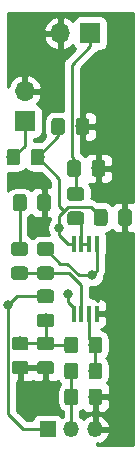
<source format=gbr>
G04 #@! TF.GenerationSoftware,KiCad,Pcbnew,(5.0.0)*
G04 #@! TF.CreationDate,2019-08-13T22:51:23+09:00*
G04 #@! TF.ProjectId,wm61_mic_preamp,776D36315F6D69635F707265616D702E,rev?*
G04 #@! TF.SameCoordinates,Original*
G04 #@! TF.FileFunction,Copper,L1,Top,Signal*
G04 #@! TF.FilePolarity,Positive*
%FSLAX46Y46*%
G04 Gerber Fmt 4.6, Leading zero omitted, Abs format (unit mm)*
G04 Created by KiCad (PCBNEW (5.0.0)) date 08/13/19 22:51:23*
%MOMM*%
%LPD*%
G01*
G04 APERTURE LIST*
G04 #@! TA.AperFunction,Conductor*
%ADD10C,0.100000*%
G04 #@! TD*
G04 #@! TA.AperFunction,SMDPad,CuDef*
%ADD11C,1.150000*%
G04 #@! TD*
G04 #@! TA.AperFunction,ComponentPad*
%ADD12R,1.350000X1.350000*%
G04 #@! TD*
G04 #@! TA.AperFunction,ComponentPad*
%ADD13O,1.350000X1.350000*%
G04 #@! TD*
G04 #@! TA.AperFunction,ComponentPad*
%ADD14O,1.700000X1.700000*%
G04 #@! TD*
G04 #@! TA.AperFunction,ComponentPad*
%ADD15R,1.700000X1.700000*%
G04 #@! TD*
G04 #@! TA.AperFunction,SMDPad,CuDef*
%ADD16R,0.450000X1.450000*%
G04 #@! TD*
G04 #@! TA.AperFunction,ViaPad*
%ADD17C,0.800000*%
G04 #@! TD*
G04 #@! TA.AperFunction,Conductor*
%ADD18C,0.250000*%
G04 #@! TD*
G04 #@! TA.AperFunction,Conductor*
%ADD19C,0.254000*%
G04 #@! TD*
G04 APERTURE END LIST*
D10*
G04 #@! TO.N,Net-(C1-Pad2)*
G04 #@! TO.C,C1*
G36*
X155924505Y-122851204D02*
X155948773Y-122854804D01*
X155972572Y-122860765D01*
X155995671Y-122869030D01*
X156017850Y-122879520D01*
X156038893Y-122892132D01*
X156058599Y-122906747D01*
X156076777Y-122923223D01*
X156093253Y-122941401D01*
X156107868Y-122961107D01*
X156120480Y-122982150D01*
X156130970Y-123004329D01*
X156139235Y-123027428D01*
X156145196Y-123051227D01*
X156148796Y-123075495D01*
X156150000Y-123099999D01*
X156150000Y-124000001D01*
X156148796Y-124024505D01*
X156145196Y-124048773D01*
X156139235Y-124072572D01*
X156130970Y-124095671D01*
X156120480Y-124117850D01*
X156107868Y-124138893D01*
X156093253Y-124158599D01*
X156076777Y-124176777D01*
X156058599Y-124193253D01*
X156038893Y-124207868D01*
X156017850Y-124220480D01*
X155995671Y-124230970D01*
X155972572Y-124239235D01*
X155948773Y-124245196D01*
X155924505Y-124248796D01*
X155900001Y-124250000D01*
X155249999Y-124250000D01*
X155225495Y-124248796D01*
X155201227Y-124245196D01*
X155177428Y-124239235D01*
X155154329Y-124230970D01*
X155132150Y-124220480D01*
X155111107Y-124207868D01*
X155091401Y-124193253D01*
X155073223Y-124176777D01*
X155056747Y-124158599D01*
X155042132Y-124138893D01*
X155029520Y-124117850D01*
X155019030Y-124095671D01*
X155010765Y-124072572D01*
X155004804Y-124048773D01*
X155001204Y-124024505D01*
X155000000Y-124000001D01*
X155000000Y-123099999D01*
X155001204Y-123075495D01*
X155004804Y-123051227D01*
X155010765Y-123027428D01*
X155019030Y-123004329D01*
X155029520Y-122982150D01*
X155042132Y-122961107D01*
X155056747Y-122941401D01*
X155073223Y-122923223D01*
X155091401Y-122906747D01*
X155111107Y-122892132D01*
X155132150Y-122879520D01*
X155154329Y-122869030D01*
X155177428Y-122860765D01*
X155201227Y-122854804D01*
X155225495Y-122851204D01*
X155249999Y-122850000D01*
X155900001Y-122850000D01*
X155924505Y-122851204D01*
X155924505Y-122851204D01*
G37*
D11*
G04 #@! TD*
G04 #@! TO.P,C1,2*
G04 #@! TO.N,Net-(C1-Pad2)*
X155575000Y-123550000D03*
D10*
G04 #@! TO.N,Net-(C1-Pad1)*
G04 #@! TO.C,C1*
G36*
X157974505Y-122851204D02*
X157998773Y-122854804D01*
X158022572Y-122860765D01*
X158045671Y-122869030D01*
X158067850Y-122879520D01*
X158088893Y-122892132D01*
X158108599Y-122906747D01*
X158126777Y-122923223D01*
X158143253Y-122941401D01*
X158157868Y-122961107D01*
X158170480Y-122982150D01*
X158180970Y-123004329D01*
X158189235Y-123027428D01*
X158195196Y-123051227D01*
X158198796Y-123075495D01*
X158200000Y-123099999D01*
X158200000Y-124000001D01*
X158198796Y-124024505D01*
X158195196Y-124048773D01*
X158189235Y-124072572D01*
X158180970Y-124095671D01*
X158170480Y-124117850D01*
X158157868Y-124138893D01*
X158143253Y-124158599D01*
X158126777Y-124176777D01*
X158108599Y-124193253D01*
X158088893Y-124207868D01*
X158067850Y-124220480D01*
X158045671Y-124230970D01*
X158022572Y-124239235D01*
X157998773Y-124245196D01*
X157974505Y-124248796D01*
X157950001Y-124250000D01*
X157299999Y-124250000D01*
X157275495Y-124248796D01*
X157251227Y-124245196D01*
X157227428Y-124239235D01*
X157204329Y-124230970D01*
X157182150Y-124220480D01*
X157161107Y-124207868D01*
X157141401Y-124193253D01*
X157123223Y-124176777D01*
X157106747Y-124158599D01*
X157092132Y-124138893D01*
X157079520Y-124117850D01*
X157069030Y-124095671D01*
X157060765Y-124072572D01*
X157054804Y-124048773D01*
X157051204Y-124024505D01*
X157050000Y-124000001D01*
X157050000Y-123099999D01*
X157051204Y-123075495D01*
X157054804Y-123051227D01*
X157060765Y-123027428D01*
X157069030Y-123004329D01*
X157079520Y-122982150D01*
X157092132Y-122961107D01*
X157106747Y-122941401D01*
X157123223Y-122923223D01*
X157141401Y-122906747D01*
X157161107Y-122892132D01*
X157182150Y-122879520D01*
X157204329Y-122869030D01*
X157227428Y-122860765D01*
X157251227Y-122854804D01*
X157275495Y-122851204D01*
X157299999Y-122850000D01*
X157950001Y-122850000D01*
X157974505Y-122851204D01*
X157974505Y-122851204D01*
G37*
D11*
G04 #@! TD*
G04 #@! TO.P,C1,1*
G04 #@! TO.N,Net-(C1-Pad1)*
X157625000Y-123550000D03*
D10*
G04 #@! TO.N,Net-(C2-Pad1)*
G04 #@! TO.C,C2*
G36*
X154824505Y-102151204D02*
X154848773Y-102154804D01*
X154872572Y-102160765D01*
X154895671Y-102169030D01*
X154917850Y-102179520D01*
X154938893Y-102192132D01*
X154958599Y-102206747D01*
X154976777Y-102223223D01*
X154993253Y-102241401D01*
X155007868Y-102261107D01*
X155020480Y-102282150D01*
X155030970Y-102304329D01*
X155039235Y-102327428D01*
X155045196Y-102351227D01*
X155048796Y-102375495D01*
X155050000Y-102399999D01*
X155050000Y-103300001D01*
X155048796Y-103324505D01*
X155045196Y-103348773D01*
X155039235Y-103372572D01*
X155030970Y-103395671D01*
X155020480Y-103417850D01*
X155007868Y-103438893D01*
X154993253Y-103458599D01*
X154976777Y-103476777D01*
X154958599Y-103493253D01*
X154938893Y-103507868D01*
X154917850Y-103520480D01*
X154895671Y-103530970D01*
X154872572Y-103539235D01*
X154848773Y-103545196D01*
X154824505Y-103548796D01*
X154800001Y-103550000D01*
X154149999Y-103550000D01*
X154125495Y-103548796D01*
X154101227Y-103545196D01*
X154077428Y-103539235D01*
X154054329Y-103530970D01*
X154032150Y-103520480D01*
X154011107Y-103507868D01*
X153991401Y-103493253D01*
X153973223Y-103476777D01*
X153956747Y-103458599D01*
X153942132Y-103438893D01*
X153929520Y-103417850D01*
X153919030Y-103395671D01*
X153910765Y-103372572D01*
X153904804Y-103348773D01*
X153901204Y-103324505D01*
X153900000Y-103300001D01*
X153900000Y-102399999D01*
X153901204Y-102375495D01*
X153904804Y-102351227D01*
X153910765Y-102327428D01*
X153919030Y-102304329D01*
X153929520Y-102282150D01*
X153942132Y-102261107D01*
X153956747Y-102241401D01*
X153973223Y-102223223D01*
X153991401Y-102206747D01*
X154011107Y-102192132D01*
X154032150Y-102179520D01*
X154054329Y-102169030D01*
X154077428Y-102160765D01*
X154101227Y-102154804D01*
X154125495Y-102151204D01*
X154149999Y-102150000D01*
X154800001Y-102150000D01*
X154824505Y-102151204D01*
X154824505Y-102151204D01*
G37*
D11*
G04 #@! TD*
G04 #@! TO.P,C2,1*
G04 #@! TO.N,Net-(C2-Pad1)*
X154475000Y-102850000D03*
D10*
G04 #@! TO.N,GND*
G04 #@! TO.C,C2*
G36*
X156874505Y-102151204D02*
X156898773Y-102154804D01*
X156922572Y-102160765D01*
X156945671Y-102169030D01*
X156967850Y-102179520D01*
X156988893Y-102192132D01*
X157008599Y-102206747D01*
X157026777Y-102223223D01*
X157043253Y-102241401D01*
X157057868Y-102261107D01*
X157070480Y-102282150D01*
X157080970Y-102304329D01*
X157089235Y-102327428D01*
X157095196Y-102351227D01*
X157098796Y-102375495D01*
X157100000Y-102399999D01*
X157100000Y-103300001D01*
X157098796Y-103324505D01*
X157095196Y-103348773D01*
X157089235Y-103372572D01*
X157080970Y-103395671D01*
X157070480Y-103417850D01*
X157057868Y-103438893D01*
X157043253Y-103458599D01*
X157026777Y-103476777D01*
X157008599Y-103493253D01*
X156988893Y-103507868D01*
X156967850Y-103520480D01*
X156945671Y-103530970D01*
X156922572Y-103539235D01*
X156898773Y-103545196D01*
X156874505Y-103548796D01*
X156850001Y-103550000D01*
X156199999Y-103550000D01*
X156175495Y-103548796D01*
X156151227Y-103545196D01*
X156127428Y-103539235D01*
X156104329Y-103530970D01*
X156082150Y-103520480D01*
X156061107Y-103507868D01*
X156041401Y-103493253D01*
X156023223Y-103476777D01*
X156006747Y-103458599D01*
X155992132Y-103438893D01*
X155979520Y-103417850D01*
X155969030Y-103395671D01*
X155960765Y-103372572D01*
X155954804Y-103348773D01*
X155951204Y-103324505D01*
X155950000Y-103300001D01*
X155950000Y-102399999D01*
X155951204Y-102375495D01*
X155954804Y-102351227D01*
X155960765Y-102327428D01*
X155969030Y-102304329D01*
X155979520Y-102282150D01*
X155992132Y-102261107D01*
X156006747Y-102241401D01*
X156023223Y-102223223D01*
X156041401Y-102206747D01*
X156061107Y-102192132D01*
X156082150Y-102179520D01*
X156104329Y-102169030D01*
X156127428Y-102160765D01*
X156151227Y-102154804D01*
X156175495Y-102151204D01*
X156199999Y-102150000D01*
X156850001Y-102150000D01*
X156874505Y-102151204D01*
X156874505Y-102151204D01*
G37*
D11*
G04 #@! TD*
G04 #@! TO.P,C2,2*
G04 #@! TO.N,GND*
X156525000Y-102850000D03*
D10*
G04 #@! TO.N,GND*
G04 #@! TO.C,C3*
G36*
X151724505Y-122701204D02*
X151748773Y-122704804D01*
X151772572Y-122710765D01*
X151795671Y-122719030D01*
X151817850Y-122729520D01*
X151838893Y-122742132D01*
X151858599Y-122756747D01*
X151876777Y-122773223D01*
X151893253Y-122791401D01*
X151907868Y-122811107D01*
X151920480Y-122832150D01*
X151930970Y-122854329D01*
X151939235Y-122877428D01*
X151945196Y-122901227D01*
X151948796Y-122925495D01*
X151950000Y-122949999D01*
X151950000Y-123600001D01*
X151948796Y-123624505D01*
X151945196Y-123648773D01*
X151939235Y-123672572D01*
X151930970Y-123695671D01*
X151920480Y-123717850D01*
X151907868Y-123738893D01*
X151893253Y-123758599D01*
X151876777Y-123776777D01*
X151858599Y-123793253D01*
X151838893Y-123807868D01*
X151817850Y-123820480D01*
X151795671Y-123830970D01*
X151772572Y-123839235D01*
X151748773Y-123845196D01*
X151724505Y-123848796D01*
X151700001Y-123850000D01*
X150799999Y-123850000D01*
X150775495Y-123848796D01*
X150751227Y-123845196D01*
X150727428Y-123839235D01*
X150704329Y-123830970D01*
X150682150Y-123820480D01*
X150661107Y-123807868D01*
X150641401Y-123793253D01*
X150623223Y-123776777D01*
X150606747Y-123758599D01*
X150592132Y-123738893D01*
X150579520Y-123717850D01*
X150569030Y-123695671D01*
X150560765Y-123672572D01*
X150554804Y-123648773D01*
X150551204Y-123624505D01*
X150550000Y-123600001D01*
X150550000Y-122949999D01*
X150551204Y-122925495D01*
X150554804Y-122901227D01*
X150560765Y-122877428D01*
X150569030Y-122854329D01*
X150579520Y-122832150D01*
X150592132Y-122811107D01*
X150606747Y-122791401D01*
X150623223Y-122773223D01*
X150641401Y-122756747D01*
X150661107Y-122742132D01*
X150682150Y-122729520D01*
X150704329Y-122719030D01*
X150727428Y-122710765D01*
X150751227Y-122704804D01*
X150775495Y-122701204D01*
X150799999Y-122700000D01*
X151700001Y-122700000D01*
X151724505Y-122701204D01*
X151724505Y-122701204D01*
G37*
D11*
G04 #@! TD*
G04 #@! TO.P,C3,2*
G04 #@! TO.N,GND*
X151250000Y-123275000D03*
D10*
G04 #@! TO.N,Net-(C3-Pad1)*
G04 #@! TO.C,C3*
G36*
X151724505Y-120651204D02*
X151748773Y-120654804D01*
X151772572Y-120660765D01*
X151795671Y-120669030D01*
X151817850Y-120679520D01*
X151838893Y-120692132D01*
X151858599Y-120706747D01*
X151876777Y-120723223D01*
X151893253Y-120741401D01*
X151907868Y-120761107D01*
X151920480Y-120782150D01*
X151930970Y-120804329D01*
X151939235Y-120827428D01*
X151945196Y-120851227D01*
X151948796Y-120875495D01*
X151950000Y-120899999D01*
X151950000Y-121550001D01*
X151948796Y-121574505D01*
X151945196Y-121598773D01*
X151939235Y-121622572D01*
X151930970Y-121645671D01*
X151920480Y-121667850D01*
X151907868Y-121688893D01*
X151893253Y-121708599D01*
X151876777Y-121726777D01*
X151858599Y-121743253D01*
X151838893Y-121757868D01*
X151817850Y-121770480D01*
X151795671Y-121780970D01*
X151772572Y-121789235D01*
X151748773Y-121795196D01*
X151724505Y-121798796D01*
X151700001Y-121800000D01*
X150799999Y-121800000D01*
X150775495Y-121798796D01*
X150751227Y-121795196D01*
X150727428Y-121789235D01*
X150704329Y-121780970D01*
X150682150Y-121770480D01*
X150661107Y-121757868D01*
X150641401Y-121743253D01*
X150623223Y-121726777D01*
X150606747Y-121708599D01*
X150592132Y-121688893D01*
X150579520Y-121667850D01*
X150569030Y-121645671D01*
X150560765Y-121622572D01*
X150554804Y-121598773D01*
X150551204Y-121574505D01*
X150550000Y-121550001D01*
X150550000Y-120899999D01*
X150551204Y-120875495D01*
X150554804Y-120851227D01*
X150560765Y-120827428D01*
X150569030Y-120804329D01*
X150579520Y-120782150D01*
X150592132Y-120761107D01*
X150606747Y-120741401D01*
X150623223Y-120723223D01*
X150641401Y-120706747D01*
X150661107Y-120692132D01*
X150682150Y-120679520D01*
X150704329Y-120669030D01*
X150727428Y-120660765D01*
X150751227Y-120654804D01*
X150775495Y-120651204D01*
X150799999Y-120650000D01*
X151700001Y-120650000D01*
X151724505Y-120651204D01*
X151724505Y-120651204D01*
G37*
D11*
G04 #@! TD*
G04 #@! TO.P,C3,1*
G04 #@! TO.N,Net-(C3-Pad1)*
X151250000Y-121225000D03*
D10*
G04 #@! TO.N,Net-(C2-Pad1)*
G04 #@! TO.C,C4*
G36*
X158424505Y-109851204D02*
X158448773Y-109854804D01*
X158472572Y-109860765D01*
X158495671Y-109869030D01*
X158517850Y-109879520D01*
X158538893Y-109892132D01*
X158558599Y-109906747D01*
X158576777Y-109923223D01*
X158593253Y-109941401D01*
X158607868Y-109961107D01*
X158620480Y-109982150D01*
X158630970Y-110004329D01*
X158639235Y-110027428D01*
X158645196Y-110051227D01*
X158648796Y-110075495D01*
X158650000Y-110099999D01*
X158650000Y-111000001D01*
X158648796Y-111024505D01*
X158645196Y-111048773D01*
X158639235Y-111072572D01*
X158630970Y-111095671D01*
X158620480Y-111117850D01*
X158607868Y-111138893D01*
X158593253Y-111158599D01*
X158576777Y-111176777D01*
X158558599Y-111193253D01*
X158538893Y-111207868D01*
X158517850Y-111220480D01*
X158495671Y-111230970D01*
X158472572Y-111239235D01*
X158448773Y-111245196D01*
X158424505Y-111248796D01*
X158400001Y-111250000D01*
X157749999Y-111250000D01*
X157725495Y-111248796D01*
X157701227Y-111245196D01*
X157677428Y-111239235D01*
X157654329Y-111230970D01*
X157632150Y-111220480D01*
X157611107Y-111207868D01*
X157591401Y-111193253D01*
X157573223Y-111176777D01*
X157556747Y-111158599D01*
X157542132Y-111138893D01*
X157529520Y-111117850D01*
X157519030Y-111095671D01*
X157510765Y-111072572D01*
X157504804Y-111048773D01*
X157501204Y-111024505D01*
X157500000Y-111000001D01*
X157500000Y-110099999D01*
X157501204Y-110075495D01*
X157504804Y-110051227D01*
X157510765Y-110027428D01*
X157519030Y-110004329D01*
X157529520Y-109982150D01*
X157542132Y-109961107D01*
X157556747Y-109941401D01*
X157573223Y-109923223D01*
X157591401Y-109906747D01*
X157611107Y-109892132D01*
X157632150Y-109879520D01*
X157654329Y-109869030D01*
X157677428Y-109860765D01*
X157701227Y-109854804D01*
X157725495Y-109851204D01*
X157749999Y-109850000D01*
X158400001Y-109850000D01*
X158424505Y-109851204D01*
X158424505Y-109851204D01*
G37*
D11*
G04 #@! TD*
G04 #@! TO.P,C4,1*
G04 #@! TO.N,Net-(C2-Pad1)*
X158075000Y-110550000D03*
D10*
G04 #@! TO.N,GND*
G04 #@! TO.C,C4*
G36*
X160474505Y-109851204D02*
X160498773Y-109854804D01*
X160522572Y-109860765D01*
X160545671Y-109869030D01*
X160567850Y-109879520D01*
X160588893Y-109892132D01*
X160608599Y-109906747D01*
X160626777Y-109923223D01*
X160643253Y-109941401D01*
X160657868Y-109961107D01*
X160670480Y-109982150D01*
X160680970Y-110004329D01*
X160689235Y-110027428D01*
X160695196Y-110051227D01*
X160698796Y-110075495D01*
X160700000Y-110099999D01*
X160700000Y-111000001D01*
X160698796Y-111024505D01*
X160695196Y-111048773D01*
X160689235Y-111072572D01*
X160680970Y-111095671D01*
X160670480Y-111117850D01*
X160657868Y-111138893D01*
X160643253Y-111158599D01*
X160626777Y-111176777D01*
X160608599Y-111193253D01*
X160588893Y-111207868D01*
X160567850Y-111220480D01*
X160545671Y-111230970D01*
X160522572Y-111239235D01*
X160498773Y-111245196D01*
X160474505Y-111248796D01*
X160450001Y-111250000D01*
X159799999Y-111250000D01*
X159775495Y-111248796D01*
X159751227Y-111245196D01*
X159727428Y-111239235D01*
X159704329Y-111230970D01*
X159682150Y-111220480D01*
X159661107Y-111207868D01*
X159641401Y-111193253D01*
X159623223Y-111176777D01*
X159606747Y-111158599D01*
X159592132Y-111138893D01*
X159579520Y-111117850D01*
X159569030Y-111095671D01*
X159560765Y-111072572D01*
X159554804Y-111048773D01*
X159551204Y-111024505D01*
X159550000Y-111000001D01*
X159550000Y-110099999D01*
X159551204Y-110075495D01*
X159554804Y-110051227D01*
X159560765Y-110027428D01*
X159569030Y-110004329D01*
X159579520Y-109982150D01*
X159592132Y-109961107D01*
X159606747Y-109941401D01*
X159623223Y-109923223D01*
X159641401Y-109906747D01*
X159661107Y-109892132D01*
X159682150Y-109879520D01*
X159704329Y-109869030D01*
X159727428Y-109860765D01*
X159751227Y-109854804D01*
X159775495Y-109851204D01*
X159799999Y-109850000D01*
X160450001Y-109850000D01*
X160474505Y-109851204D01*
X160474505Y-109851204D01*
G37*
D11*
G04 #@! TD*
G04 #@! TO.P,C4,2*
G04 #@! TO.N,GND*
X160125000Y-110550000D03*
D10*
G04 #@! TO.N,GND*
G04 #@! TO.C,C5*
G36*
X153624505Y-108601204D02*
X153648773Y-108604804D01*
X153672572Y-108610765D01*
X153695671Y-108619030D01*
X153717850Y-108629520D01*
X153738893Y-108642132D01*
X153758599Y-108656747D01*
X153776777Y-108673223D01*
X153793253Y-108691401D01*
X153807868Y-108711107D01*
X153820480Y-108732150D01*
X153830970Y-108754329D01*
X153839235Y-108777428D01*
X153845196Y-108801227D01*
X153848796Y-108825495D01*
X153850000Y-108849999D01*
X153850000Y-109750001D01*
X153848796Y-109774505D01*
X153845196Y-109798773D01*
X153839235Y-109822572D01*
X153830970Y-109845671D01*
X153820480Y-109867850D01*
X153807868Y-109888893D01*
X153793253Y-109908599D01*
X153776777Y-109926777D01*
X153758599Y-109943253D01*
X153738893Y-109957868D01*
X153717850Y-109970480D01*
X153695671Y-109980970D01*
X153672572Y-109989235D01*
X153648773Y-109995196D01*
X153624505Y-109998796D01*
X153600001Y-110000000D01*
X152949999Y-110000000D01*
X152925495Y-109998796D01*
X152901227Y-109995196D01*
X152877428Y-109989235D01*
X152854329Y-109980970D01*
X152832150Y-109970480D01*
X152811107Y-109957868D01*
X152791401Y-109943253D01*
X152773223Y-109926777D01*
X152756747Y-109908599D01*
X152742132Y-109888893D01*
X152729520Y-109867850D01*
X152719030Y-109845671D01*
X152710765Y-109822572D01*
X152704804Y-109798773D01*
X152701204Y-109774505D01*
X152700000Y-109750001D01*
X152700000Y-108849999D01*
X152701204Y-108825495D01*
X152704804Y-108801227D01*
X152710765Y-108777428D01*
X152719030Y-108754329D01*
X152729520Y-108732150D01*
X152742132Y-108711107D01*
X152756747Y-108691401D01*
X152773223Y-108673223D01*
X152791401Y-108656747D01*
X152811107Y-108642132D01*
X152832150Y-108629520D01*
X152854329Y-108619030D01*
X152877428Y-108610765D01*
X152901227Y-108604804D01*
X152925495Y-108601204D01*
X152949999Y-108600000D01*
X153600001Y-108600000D01*
X153624505Y-108601204D01*
X153624505Y-108601204D01*
G37*
D11*
G04 #@! TD*
G04 #@! TO.P,C5,2*
G04 #@! TO.N,GND*
X153275000Y-109300000D03*
D10*
G04 #@! TO.N,Net-(C5-Pad1)*
G04 #@! TO.C,C5*
G36*
X151574505Y-108601204D02*
X151598773Y-108604804D01*
X151622572Y-108610765D01*
X151645671Y-108619030D01*
X151667850Y-108629520D01*
X151688893Y-108642132D01*
X151708599Y-108656747D01*
X151726777Y-108673223D01*
X151743253Y-108691401D01*
X151757868Y-108711107D01*
X151770480Y-108732150D01*
X151780970Y-108754329D01*
X151789235Y-108777428D01*
X151795196Y-108801227D01*
X151798796Y-108825495D01*
X151800000Y-108849999D01*
X151800000Y-109750001D01*
X151798796Y-109774505D01*
X151795196Y-109798773D01*
X151789235Y-109822572D01*
X151780970Y-109845671D01*
X151770480Y-109867850D01*
X151757868Y-109888893D01*
X151743253Y-109908599D01*
X151726777Y-109926777D01*
X151708599Y-109943253D01*
X151688893Y-109957868D01*
X151667850Y-109970480D01*
X151645671Y-109980970D01*
X151622572Y-109989235D01*
X151598773Y-109995196D01*
X151574505Y-109998796D01*
X151550001Y-110000000D01*
X150899999Y-110000000D01*
X150875495Y-109998796D01*
X150851227Y-109995196D01*
X150827428Y-109989235D01*
X150804329Y-109980970D01*
X150782150Y-109970480D01*
X150761107Y-109957868D01*
X150741401Y-109943253D01*
X150723223Y-109926777D01*
X150706747Y-109908599D01*
X150692132Y-109888893D01*
X150679520Y-109867850D01*
X150669030Y-109845671D01*
X150660765Y-109822572D01*
X150654804Y-109798773D01*
X150651204Y-109774505D01*
X150650000Y-109750001D01*
X150650000Y-108849999D01*
X150651204Y-108825495D01*
X150654804Y-108801227D01*
X150660765Y-108777428D01*
X150669030Y-108754329D01*
X150679520Y-108732150D01*
X150692132Y-108711107D01*
X150706747Y-108691401D01*
X150723223Y-108673223D01*
X150741401Y-108656747D01*
X150761107Y-108642132D01*
X150782150Y-108629520D01*
X150804329Y-108619030D01*
X150827428Y-108610765D01*
X150851227Y-108604804D01*
X150875495Y-108601204D01*
X150899999Y-108600000D01*
X151550001Y-108600000D01*
X151574505Y-108601204D01*
X151574505Y-108601204D01*
G37*
D11*
G04 #@! TD*
G04 #@! TO.P,C5,1*
G04 #@! TO.N,Net-(C5-Pad1)*
X151225000Y-109300000D03*
D10*
G04 #@! TO.N,Net-(C6-Pad1)*
G04 #@! TO.C,C6*
G36*
X156424505Y-108001204D02*
X156448773Y-108004804D01*
X156472572Y-108010765D01*
X156495671Y-108019030D01*
X156517850Y-108029520D01*
X156538893Y-108042132D01*
X156558599Y-108056747D01*
X156576777Y-108073223D01*
X156593253Y-108091401D01*
X156607868Y-108111107D01*
X156620480Y-108132150D01*
X156630970Y-108154329D01*
X156639235Y-108177428D01*
X156645196Y-108201227D01*
X156648796Y-108225495D01*
X156650000Y-108249999D01*
X156650000Y-108900001D01*
X156648796Y-108924505D01*
X156645196Y-108948773D01*
X156639235Y-108972572D01*
X156630970Y-108995671D01*
X156620480Y-109017850D01*
X156607868Y-109038893D01*
X156593253Y-109058599D01*
X156576777Y-109076777D01*
X156558599Y-109093253D01*
X156538893Y-109107868D01*
X156517850Y-109120480D01*
X156495671Y-109130970D01*
X156472572Y-109139235D01*
X156448773Y-109145196D01*
X156424505Y-109148796D01*
X156400001Y-109150000D01*
X155499999Y-109150000D01*
X155475495Y-109148796D01*
X155451227Y-109145196D01*
X155427428Y-109139235D01*
X155404329Y-109130970D01*
X155382150Y-109120480D01*
X155361107Y-109107868D01*
X155341401Y-109093253D01*
X155323223Y-109076777D01*
X155306747Y-109058599D01*
X155292132Y-109038893D01*
X155279520Y-109017850D01*
X155269030Y-108995671D01*
X155260765Y-108972572D01*
X155254804Y-108948773D01*
X155251204Y-108924505D01*
X155250000Y-108900001D01*
X155250000Y-108249999D01*
X155251204Y-108225495D01*
X155254804Y-108201227D01*
X155260765Y-108177428D01*
X155269030Y-108154329D01*
X155279520Y-108132150D01*
X155292132Y-108111107D01*
X155306747Y-108091401D01*
X155323223Y-108073223D01*
X155341401Y-108056747D01*
X155361107Y-108042132D01*
X155382150Y-108029520D01*
X155404329Y-108019030D01*
X155427428Y-108010765D01*
X155451227Y-108004804D01*
X155475495Y-108001204D01*
X155499999Y-108000000D01*
X156400001Y-108000000D01*
X156424505Y-108001204D01*
X156424505Y-108001204D01*
G37*
D11*
G04 #@! TD*
G04 #@! TO.P,C6,1*
G04 #@! TO.N,Net-(C6-Pad1)*
X155950000Y-108575000D03*
D10*
G04 #@! TO.N,Net-(C6-Pad2)*
G04 #@! TO.C,C6*
G36*
X156424505Y-110051204D02*
X156448773Y-110054804D01*
X156472572Y-110060765D01*
X156495671Y-110069030D01*
X156517850Y-110079520D01*
X156538893Y-110092132D01*
X156558599Y-110106747D01*
X156576777Y-110123223D01*
X156593253Y-110141401D01*
X156607868Y-110161107D01*
X156620480Y-110182150D01*
X156630970Y-110204329D01*
X156639235Y-110227428D01*
X156645196Y-110251227D01*
X156648796Y-110275495D01*
X156650000Y-110299999D01*
X156650000Y-110950001D01*
X156648796Y-110974505D01*
X156645196Y-110998773D01*
X156639235Y-111022572D01*
X156630970Y-111045671D01*
X156620480Y-111067850D01*
X156607868Y-111088893D01*
X156593253Y-111108599D01*
X156576777Y-111126777D01*
X156558599Y-111143253D01*
X156538893Y-111157868D01*
X156517850Y-111170480D01*
X156495671Y-111180970D01*
X156472572Y-111189235D01*
X156448773Y-111195196D01*
X156424505Y-111198796D01*
X156400001Y-111200000D01*
X155499999Y-111200000D01*
X155475495Y-111198796D01*
X155451227Y-111195196D01*
X155427428Y-111189235D01*
X155404329Y-111180970D01*
X155382150Y-111170480D01*
X155361107Y-111157868D01*
X155341401Y-111143253D01*
X155323223Y-111126777D01*
X155306747Y-111108599D01*
X155292132Y-111088893D01*
X155279520Y-111067850D01*
X155269030Y-111045671D01*
X155260765Y-111022572D01*
X155254804Y-110998773D01*
X155251204Y-110974505D01*
X155250000Y-110950001D01*
X155250000Y-110299999D01*
X155251204Y-110275495D01*
X155254804Y-110251227D01*
X155260765Y-110227428D01*
X155269030Y-110204329D01*
X155279520Y-110182150D01*
X155292132Y-110161107D01*
X155306747Y-110141401D01*
X155323223Y-110123223D01*
X155341401Y-110106747D01*
X155361107Y-110092132D01*
X155382150Y-110079520D01*
X155404329Y-110069030D01*
X155427428Y-110060765D01*
X155451227Y-110054804D01*
X155475495Y-110051204D01*
X155499999Y-110050000D01*
X156400001Y-110050000D01*
X156424505Y-110051204D01*
X156424505Y-110051204D01*
G37*
D11*
G04 #@! TD*
G04 #@! TO.P,C6,2*
G04 #@! TO.N,Net-(C6-Pad2)*
X155950000Y-110625000D03*
D12*
G04 #@! TO.P,J1,1*
G04 #@! TO.N,Net-(C2-Pad1)*
X153600000Y-128500000D03*
D13*
G04 #@! TO.P,J1,2*
G04 #@! TO.N,Net-(C1-Pad2)*
X155600000Y-128500000D03*
G04 #@! TO.P,J1,3*
G04 #@! TO.N,GND*
X157600000Y-128500000D03*
G04 #@! TD*
D14*
G04 #@! TO.P,J2,2*
G04 #@! TO.N,GND*
X151650000Y-99860000D03*
D15*
G04 #@! TO.P,J2,1*
G04 #@! TO.N,Net-(J2-Pad1)*
X151650000Y-102400000D03*
G04 #@! TD*
G04 #@! TO.P,J3,1*
G04 #@! TO.N,Net-(C6-Pad1)*
X157200000Y-94950000D03*
D14*
G04 #@! TO.P,J3,2*
G04 #@! TO.N,GND*
X154660000Y-94950000D03*
G04 #@! TD*
D10*
G04 #@! TO.N,Net-(J2-Pad1)*
G04 #@! TO.C,L1*
G36*
X151024505Y-104751204D02*
X151048773Y-104754804D01*
X151072572Y-104760765D01*
X151095671Y-104769030D01*
X151117850Y-104779520D01*
X151138893Y-104792132D01*
X151158599Y-104806747D01*
X151176777Y-104823223D01*
X151193253Y-104841401D01*
X151207868Y-104861107D01*
X151220480Y-104882150D01*
X151230970Y-104904329D01*
X151239235Y-104927428D01*
X151245196Y-104951227D01*
X151248796Y-104975495D01*
X151250000Y-104999999D01*
X151250000Y-105900001D01*
X151248796Y-105924505D01*
X151245196Y-105948773D01*
X151239235Y-105972572D01*
X151230970Y-105995671D01*
X151220480Y-106017850D01*
X151207868Y-106038893D01*
X151193253Y-106058599D01*
X151176777Y-106076777D01*
X151158599Y-106093253D01*
X151138893Y-106107868D01*
X151117850Y-106120480D01*
X151095671Y-106130970D01*
X151072572Y-106139235D01*
X151048773Y-106145196D01*
X151024505Y-106148796D01*
X151000001Y-106150000D01*
X150349999Y-106150000D01*
X150325495Y-106148796D01*
X150301227Y-106145196D01*
X150277428Y-106139235D01*
X150254329Y-106130970D01*
X150232150Y-106120480D01*
X150211107Y-106107868D01*
X150191401Y-106093253D01*
X150173223Y-106076777D01*
X150156747Y-106058599D01*
X150142132Y-106038893D01*
X150129520Y-106017850D01*
X150119030Y-105995671D01*
X150110765Y-105972572D01*
X150104804Y-105948773D01*
X150101204Y-105924505D01*
X150100000Y-105900001D01*
X150100000Y-104999999D01*
X150101204Y-104975495D01*
X150104804Y-104951227D01*
X150110765Y-104927428D01*
X150119030Y-104904329D01*
X150129520Y-104882150D01*
X150142132Y-104861107D01*
X150156747Y-104841401D01*
X150173223Y-104823223D01*
X150191401Y-104806747D01*
X150211107Y-104792132D01*
X150232150Y-104779520D01*
X150254329Y-104769030D01*
X150277428Y-104760765D01*
X150301227Y-104754804D01*
X150325495Y-104751204D01*
X150349999Y-104750000D01*
X151000001Y-104750000D01*
X151024505Y-104751204D01*
X151024505Y-104751204D01*
G37*
D11*
G04 #@! TD*
G04 #@! TO.P,L1,1*
G04 #@! TO.N,Net-(J2-Pad1)*
X150675000Y-105450000D03*
D10*
G04 #@! TO.N,Net-(C2-Pad1)*
G04 #@! TO.C,L1*
G36*
X153074505Y-104751204D02*
X153098773Y-104754804D01*
X153122572Y-104760765D01*
X153145671Y-104769030D01*
X153167850Y-104779520D01*
X153188893Y-104792132D01*
X153208599Y-104806747D01*
X153226777Y-104823223D01*
X153243253Y-104841401D01*
X153257868Y-104861107D01*
X153270480Y-104882150D01*
X153280970Y-104904329D01*
X153289235Y-104927428D01*
X153295196Y-104951227D01*
X153298796Y-104975495D01*
X153300000Y-104999999D01*
X153300000Y-105900001D01*
X153298796Y-105924505D01*
X153295196Y-105948773D01*
X153289235Y-105972572D01*
X153280970Y-105995671D01*
X153270480Y-106017850D01*
X153257868Y-106038893D01*
X153243253Y-106058599D01*
X153226777Y-106076777D01*
X153208599Y-106093253D01*
X153188893Y-106107868D01*
X153167850Y-106120480D01*
X153145671Y-106130970D01*
X153122572Y-106139235D01*
X153098773Y-106145196D01*
X153074505Y-106148796D01*
X153050001Y-106150000D01*
X152399999Y-106150000D01*
X152375495Y-106148796D01*
X152351227Y-106145196D01*
X152327428Y-106139235D01*
X152304329Y-106130970D01*
X152282150Y-106120480D01*
X152261107Y-106107868D01*
X152241401Y-106093253D01*
X152223223Y-106076777D01*
X152206747Y-106058599D01*
X152192132Y-106038893D01*
X152179520Y-106017850D01*
X152169030Y-105995671D01*
X152160765Y-105972572D01*
X152154804Y-105948773D01*
X152151204Y-105924505D01*
X152150000Y-105900001D01*
X152150000Y-104999999D01*
X152151204Y-104975495D01*
X152154804Y-104951227D01*
X152160765Y-104927428D01*
X152169030Y-104904329D01*
X152179520Y-104882150D01*
X152192132Y-104861107D01*
X152206747Y-104841401D01*
X152223223Y-104823223D01*
X152241401Y-104806747D01*
X152261107Y-104792132D01*
X152282150Y-104779520D01*
X152304329Y-104769030D01*
X152327428Y-104760765D01*
X152351227Y-104754804D01*
X152375495Y-104751204D01*
X152399999Y-104750000D01*
X153050001Y-104750000D01*
X153074505Y-104751204D01*
X153074505Y-104751204D01*
G37*
D11*
G04 #@! TD*
G04 #@! TO.P,L1,2*
G04 #@! TO.N,Net-(C2-Pad1)*
X152725000Y-105450000D03*
D10*
G04 #@! TO.N,GND*
G04 #@! TO.C,R1*
G36*
X157974505Y-125051204D02*
X157998773Y-125054804D01*
X158022572Y-125060765D01*
X158045671Y-125069030D01*
X158067850Y-125079520D01*
X158088893Y-125092132D01*
X158108599Y-125106747D01*
X158126777Y-125123223D01*
X158143253Y-125141401D01*
X158157868Y-125161107D01*
X158170480Y-125182150D01*
X158180970Y-125204329D01*
X158189235Y-125227428D01*
X158195196Y-125251227D01*
X158198796Y-125275495D01*
X158200000Y-125299999D01*
X158200000Y-126200001D01*
X158198796Y-126224505D01*
X158195196Y-126248773D01*
X158189235Y-126272572D01*
X158180970Y-126295671D01*
X158170480Y-126317850D01*
X158157868Y-126338893D01*
X158143253Y-126358599D01*
X158126777Y-126376777D01*
X158108599Y-126393253D01*
X158088893Y-126407868D01*
X158067850Y-126420480D01*
X158045671Y-126430970D01*
X158022572Y-126439235D01*
X157998773Y-126445196D01*
X157974505Y-126448796D01*
X157950001Y-126450000D01*
X157299999Y-126450000D01*
X157275495Y-126448796D01*
X157251227Y-126445196D01*
X157227428Y-126439235D01*
X157204329Y-126430970D01*
X157182150Y-126420480D01*
X157161107Y-126407868D01*
X157141401Y-126393253D01*
X157123223Y-126376777D01*
X157106747Y-126358599D01*
X157092132Y-126338893D01*
X157079520Y-126317850D01*
X157069030Y-126295671D01*
X157060765Y-126272572D01*
X157054804Y-126248773D01*
X157051204Y-126224505D01*
X157050000Y-126200001D01*
X157050000Y-125299999D01*
X157051204Y-125275495D01*
X157054804Y-125251227D01*
X157060765Y-125227428D01*
X157069030Y-125204329D01*
X157079520Y-125182150D01*
X157092132Y-125161107D01*
X157106747Y-125141401D01*
X157123223Y-125123223D01*
X157141401Y-125106747D01*
X157161107Y-125092132D01*
X157182150Y-125079520D01*
X157204329Y-125069030D01*
X157227428Y-125060765D01*
X157251227Y-125054804D01*
X157275495Y-125051204D01*
X157299999Y-125050000D01*
X157950001Y-125050000D01*
X157974505Y-125051204D01*
X157974505Y-125051204D01*
G37*
D11*
G04 #@! TD*
G04 #@! TO.P,R1,2*
G04 #@! TO.N,GND*
X157625000Y-125750000D03*
D10*
G04 #@! TO.N,Net-(C1-Pad2)*
G04 #@! TO.C,R1*
G36*
X155924505Y-125051204D02*
X155948773Y-125054804D01*
X155972572Y-125060765D01*
X155995671Y-125069030D01*
X156017850Y-125079520D01*
X156038893Y-125092132D01*
X156058599Y-125106747D01*
X156076777Y-125123223D01*
X156093253Y-125141401D01*
X156107868Y-125161107D01*
X156120480Y-125182150D01*
X156130970Y-125204329D01*
X156139235Y-125227428D01*
X156145196Y-125251227D01*
X156148796Y-125275495D01*
X156150000Y-125299999D01*
X156150000Y-126200001D01*
X156148796Y-126224505D01*
X156145196Y-126248773D01*
X156139235Y-126272572D01*
X156130970Y-126295671D01*
X156120480Y-126317850D01*
X156107868Y-126338893D01*
X156093253Y-126358599D01*
X156076777Y-126376777D01*
X156058599Y-126393253D01*
X156038893Y-126407868D01*
X156017850Y-126420480D01*
X155995671Y-126430970D01*
X155972572Y-126439235D01*
X155948773Y-126445196D01*
X155924505Y-126448796D01*
X155900001Y-126450000D01*
X155249999Y-126450000D01*
X155225495Y-126448796D01*
X155201227Y-126445196D01*
X155177428Y-126439235D01*
X155154329Y-126430970D01*
X155132150Y-126420480D01*
X155111107Y-126407868D01*
X155091401Y-126393253D01*
X155073223Y-126376777D01*
X155056747Y-126358599D01*
X155042132Y-126338893D01*
X155029520Y-126317850D01*
X155019030Y-126295671D01*
X155010765Y-126272572D01*
X155004804Y-126248773D01*
X155001204Y-126224505D01*
X155000000Y-126200001D01*
X155000000Y-125299999D01*
X155001204Y-125275495D01*
X155004804Y-125251227D01*
X155010765Y-125227428D01*
X155019030Y-125204329D01*
X155029520Y-125182150D01*
X155042132Y-125161107D01*
X155056747Y-125141401D01*
X155073223Y-125123223D01*
X155091401Y-125106747D01*
X155111107Y-125092132D01*
X155132150Y-125079520D01*
X155154329Y-125069030D01*
X155177428Y-125060765D01*
X155201227Y-125054804D01*
X155225495Y-125051204D01*
X155249999Y-125050000D01*
X155900001Y-125050000D01*
X155924505Y-125051204D01*
X155924505Y-125051204D01*
G37*
D11*
G04 #@! TD*
G04 #@! TO.P,R1,1*
G04 #@! TO.N,Net-(C1-Pad2)*
X155575000Y-125750000D03*
D10*
G04 #@! TO.N,Net-(C3-Pad1)*
G04 #@! TO.C,R2*
G36*
X155924505Y-120651204D02*
X155948773Y-120654804D01*
X155972572Y-120660765D01*
X155995671Y-120669030D01*
X156017850Y-120679520D01*
X156038893Y-120692132D01*
X156058599Y-120706747D01*
X156076777Y-120723223D01*
X156093253Y-120741401D01*
X156107868Y-120761107D01*
X156120480Y-120782150D01*
X156130970Y-120804329D01*
X156139235Y-120827428D01*
X156145196Y-120851227D01*
X156148796Y-120875495D01*
X156150000Y-120899999D01*
X156150000Y-121800001D01*
X156148796Y-121824505D01*
X156145196Y-121848773D01*
X156139235Y-121872572D01*
X156130970Y-121895671D01*
X156120480Y-121917850D01*
X156107868Y-121938893D01*
X156093253Y-121958599D01*
X156076777Y-121976777D01*
X156058599Y-121993253D01*
X156038893Y-122007868D01*
X156017850Y-122020480D01*
X155995671Y-122030970D01*
X155972572Y-122039235D01*
X155948773Y-122045196D01*
X155924505Y-122048796D01*
X155900001Y-122050000D01*
X155249999Y-122050000D01*
X155225495Y-122048796D01*
X155201227Y-122045196D01*
X155177428Y-122039235D01*
X155154329Y-122030970D01*
X155132150Y-122020480D01*
X155111107Y-122007868D01*
X155091401Y-121993253D01*
X155073223Y-121976777D01*
X155056747Y-121958599D01*
X155042132Y-121938893D01*
X155029520Y-121917850D01*
X155019030Y-121895671D01*
X155010765Y-121872572D01*
X155004804Y-121848773D01*
X155001204Y-121824505D01*
X155000000Y-121800001D01*
X155000000Y-120899999D01*
X155001204Y-120875495D01*
X155004804Y-120851227D01*
X155010765Y-120827428D01*
X155019030Y-120804329D01*
X155029520Y-120782150D01*
X155042132Y-120761107D01*
X155056747Y-120741401D01*
X155073223Y-120723223D01*
X155091401Y-120706747D01*
X155111107Y-120692132D01*
X155132150Y-120679520D01*
X155154329Y-120669030D01*
X155177428Y-120660765D01*
X155201227Y-120654804D01*
X155225495Y-120651204D01*
X155249999Y-120650000D01*
X155900001Y-120650000D01*
X155924505Y-120651204D01*
X155924505Y-120651204D01*
G37*
D11*
G04 #@! TD*
G04 #@! TO.P,R2,1*
G04 #@! TO.N,Net-(C3-Pad1)*
X155575000Y-121350000D03*
D10*
G04 #@! TO.N,Net-(C1-Pad1)*
G04 #@! TO.C,R2*
G36*
X157974505Y-120651204D02*
X157998773Y-120654804D01*
X158022572Y-120660765D01*
X158045671Y-120669030D01*
X158067850Y-120679520D01*
X158088893Y-120692132D01*
X158108599Y-120706747D01*
X158126777Y-120723223D01*
X158143253Y-120741401D01*
X158157868Y-120761107D01*
X158170480Y-120782150D01*
X158180970Y-120804329D01*
X158189235Y-120827428D01*
X158195196Y-120851227D01*
X158198796Y-120875495D01*
X158200000Y-120899999D01*
X158200000Y-121800001D01*
X158198796Y-121824505D01*
X158195196Y-121848773D01*
X158189235Y-121872572D01*
X158180970Y-121895671D01*
X158170480Y-121917850D01*
X158157868Y-121938893D01*
X158143253Y-121958599D01*
X158126777Y-121976777D01*
X158108599Y-121993253D01*
X158088893Y-122007868D01*
X158067850Y-122020480D01*
X158045671Y-122030970D01*
X158022572Y-122039235D01*
X157998773Y-122045196D01*
X157974505Y-122048796D01*
X157950001Y-122050000D01*
X157299999Y-122050000D01*
X157275495Y-122048796D01*
X157251227Y-122045196D01*
X157227428Y-122039235D01*
X157204329Y-122030970D01*
X157182150Y-122020480D01*
X157161107Y-122007868D01*
X157141401Y-121993253D01*
X157123223Y-121976777D01*
X157106747Y-121958599D01*
X157092132Y-121938893D01*
X157079520Y-121917850D01*
X157069030Y-121895671D01*
X157060765Y-121872572D01*
X157054804Y-121848773D01*
X157051204Y-121824505D01*
X157050000Y-121800001D01*
X157050000Y-120899999D01*
X157051204Y-120875495D01*
X157054804Y-120851227D01*
X157060765Y-120827428D01*
X157069030Y-120804329D01*
X157079520Y-120782150D01*
X157092132Y-120761107D01*
X157106747Y-120741401D01*
X157123223Y-120723223D01*
X157141401Y-120706747D01*
X157161107Y-120692132D01*
X157182150Y-120679520D01*
X157204329Y-120669030D01*
X157227428Y-120660765D01*
X157251227Y-120654804D01*
X157275495Y-120651204D01*
X157299999Y-120650000D01*
X157950001Y-120650000D01*
X157974505Y-120651204D01*
X157974505Y-120651204D01*
G37*
D11*
G04 #@! TD*
G04 #@! TO.P,R2,2*
G04 #@! TO.N,Net-(C1-Pad1)*
X157625000Y-121350000D03*
D10*
G04 #@! TO.N,Net-(C2-Pad1)*
G04 #@! TO.C,R3*
G36*
X153874505Y-116651204D02*
X153898773Y-116654804D01*
X153922572Y-116660765D01*
X153945671Y-116669030D01*
X153967850Y-116679520D01*
X153988893Y-116692132D01*
X154008599Y-116706747D01*
X154026777Y-116723223D01*
X154043253Y-116741401D01*
X154057868Y-116761107D01*
X154070480Y-116782150D01*
X154080970Y-116804329D01*
X154089235Y-116827428D01*
X154095196Y-116851227D01*
X154098796Y-116875495D01*
X154100000Y-116899999D01*
X154100000Y-117550001D01*
X154098796Y-117574505D01*
X154095196Y-117598773D01*
X154089235Y-117622572D01*
X154080970Y-117645671D01*
X154070480Y-117667850D01*
X154057868Y-117688893D01*
X154043253Y-117708599D01*
X154026777Y-117726777D01*
X154008599Y-117743253D01*
X153988893Y-117757868D01*
X153967850Y-117770480D01*
X153945671Y-117780970D01*
X153922572Y-117789235D01*
X153898773Y-117795196D01*
X153874505Y-117798796D01*
X153850001Y-117800000D01*
X152949999Y-117800000D01*
X152925495Y-117798796D01*
X152901227Y-117795196D01*
X152877428Y-117789235D01*
X152854329Y-117780970D01*
X152832150Y-117770480D01*
X152811107Y-117757868D01*
X152791401Y-117743253D01*
X152773223Y-117726777D01*
X152756747Y-117708599D01*
X152742132Y-117688893D01*
X152729520Y-117667850D01*
X152719030Y-117645671D01*
X152710765Y-117622572D01*
X152704804Y-117598773D01*
X152701204Y-117574505D01*
X152700000Y-117550001D01*
X152700000Y-116899999D01*
X152701204Y-116875495D01*
X152704804Y-116851227D01*
X152710765Y-116827428D01*
X152719030Y-116804329D01*
X152729520Y-116782150D01*
X152742132Y-116761107D01*
X152756747Y-116741401D01*
X152773223Y-116723223D01*
X152791401Y-116706747D01*
X152811107Y-116692132D01*
X152832150Y-116679520D01*
X152854329Y-116669030D01*
X152877428Y-116660765D01*
X152901227Y-116654804D01*
X152925495Y-116651204D01*
X152949999Y-116650000D01*
X153850001Y-116650000D01*
X153874505Y-116651204D01*
X153874505Y-116651204D01*
G37*
D11*
G04 #@! TD*
G04 #@! TO.P,R3,2*
G04 #@! TO.N,Net-(C2-Pad1)*
X153400000Y-117225000D03*
D10*
G04 #@! TO.N,Net-(C3-Pad1)*
G04 #@! TO.C,R3*
G36*
X153874505Y-118701204D02*
X153898773Y-118704804D01*
X153922572Y-118710765D01*
X153945671Y-118719030D01*
X153967850Y-118729520D01*
X153988893Y-118742132D01*
X154008599Y-118756747D01*
X154026777Y-118773223D01*
X154043253Y-118791401D01*
X154057868Y-118811107D01*
X154070480Y-118832150D01*
X154080970Y-118854329D01*
X154089235Y-118877428D01*
X154095196Y-118901227D01*
X154098796Y-118925495D01*
X154100000Y-118949999D01*
X154100000Y-119600001D01*
X154098796Y-119624505D01*
X154095196Y-119648773D01*
X154089235Y-119672572D01*
X154080970Y-119695671D01*
X154070480Y-119717850D01*
X154057868Y-119738893D01*
X154043253Y-119758599D01*
X154026777Y-119776777D01*
X154008599Y-119793253D01*
X153988893Y-119807868D01*
X153967850Y-119820480D01*
X153945671Y-119830970D01*
X153922572Y-119839235D01*
X153898773Y-119845196D01*
X153874505Y-119848796D01*
X153850001Y-119850000D01*
X152949999Y-119850000D01*
X152925495Y-119848796D01*
X152901227Y-119845196D01*
X152877428Y-119839235D01*
X152854329Y-119830970D01*
X152832150Y-119820480D01*
X152811107Y-119807868D01*
X152791401Y-119793253D01*
X152773223Y-119776777D01*
X152756747Y-119758599D01*
X152742132Y-119738893D01*
X152729520Y-119717850D01*
X152719030Y-119695671D01*
X152710765Y-119672572D01*
X152704804Y-119648773D01*
X152701204Y-119624505D01*
X152700000Y-119600001D01*
X152700000Y-118949999D01*
X152701204Y-118925495D01*
X152704804Y-118901227D01*
X152710765Y-118877428D01*
X152719030Y-118854329D01*
X152729520Y-118832150D01*
X152742132Y-118811107D01*
X152756747Y-118791401D01*
X152773223Y-118773223D01*
X152791401Y-118756747D01*
X152811107Y-118742132D01*
X152832150Y-118729520D01*
X152854329Y-118719030D01*
X152877428Y-118710765D01*
X152901227Y-118704804D01*
X152925495Y-118701204D01*
X152949999Y-118700000D01*
X153850001Y-118700000D01*
X153874505Y-118701204D01*
X153874505Y-118701204D01*
G37*
D11*
G04 #@! TD*
G04 #@! TO.P,R3,1*
G04 #@! TO.N,Net-(C3-Pad1)*
X153400000Y-119275000D03*
D10*
G04 #@! TO.N,Net-(C3-Pad1)*
G04 #@! TO.C,R4*
G36*
X153874505Y-120651204D02*
X153898773Y-120654804D01*
X153922572Y-120660765D01*
X153945671Y-120669030D01*
X153967850Y-120679520D01*
X153988893Y-120692132D01*
X154008599Y-120706747D01*
X154026777Y-120723223D01*
X154043253Y-120741401D01*
X154057868Y-120761107D01*
X154070480Y-120782150D01*
X154080970Y-120804329D01*
X154089235Y-120827428D01*
X154095196Y-120851227D01*
X154098796Y-120875495D01*
X154100000Y-120899999D01*
X154100000Y-121550001D01*
X154098796Y-121574505D01*
X154095196Y-121598773D01*
X154089235Y-121622572D01*
X154080970Y-121645671D01*
X154070480Y-121667850D01*
X154057868Y-121688893D01*
X154043253Y-121708599D01*
X154026777Y-121726777D01*
X154008599Y-121743253D01*
X153988893Y-121757868D01*
X153967850Y-121770480D01*
X153945671Y-121780970D01*
X153922572Y-121789235D01*
X153898773Y-121795196D01*
X153874505Y-121798796D01*
X153850001Y-121800000D01*
X152949999Y-121800000D01*
X152925495Y-121798796D01*
X152901227Y-121795196D01*
X152877428Y-121789235D01*
X152854329Y-121780970D01*
X152832150Y-121770480D01*
X152811107Y-121757868D01*
X152791401Y-121743253D01*
X152773223Y-121726777D01*
X152756747Y-121708599D01*
X152742132Y-121688893D01*
X152729520Y-121667850D01*
X152719030Y-121645671D01*
X152710765Y-121622572D01*
X152704804Y-121598773D01*
X152701204Y-121574505D01*
X152700000Y-121550001D01*
X152700000Y-120899999D01*
X152701204Y-120875495D01*
X152704804Y-120851227D01*
X152710765Y-120827428D01*
X152719030Y-120804329D01*
X152729520Y-120782150D01*
X152742132Y-120761107D01*
X152756747Y-120741401D01*
X152773223Y-120723223D01*
X152791401Y-120706747D01*
X152811107Y-120692132D01*
X152832150Y-120679520D01*
X152854329Y-120669030D01*
X152877428Y-120660765D01*
X152901227Y-120654804D01*
X152925495Y-120651204D01*
X152949999Y-120650000D01*
X153850001Y-120650000D01*
X153874505Y-120651204D01*
X153874505Y-120651204D01*
G37*
D11*
G04 #@! TD*
G04 #@! TO.P,R4,1*
G04 #@! TO.N,Net-(C3-Pad1)*
X153400000Y-121225000D03*
D10*
G04 #@! TO.N,GND*
G04 #@! TO.C,R4*
G36*
X153874505Y-122701204D02*
X153898773Y-122704804D01*
X153922572Y-122710765D01*
X153945671Y-122719030D01*
X153967850Y-122729520D01*
X153988893Y-122742132D01*
X154008599Y-122756747D01*
X154026777Y-122773223D01*
X154043253Y-122791401D01*
X154057868Y-122811107D01*
X154070480Y-122832150D01*
X154080970Y-122854329D01*
X154089235Y-122877428D01*
X154095196Y-122901227D01*
X154098796Y-122925495D01*
X154100000Y-122949999D01*
X154100000Y-123600001D01*
X154098796Y-123624505D01*
X154095196Y-123648773D01*
X154089235Y-123672572D01*
X154080970Y-123695671D01*
X154070480Y-123717850D01*
X154057868Y-123738893D01*
X154043253Y-123758599D01*
X154026777Y-123776777D01*
X154008599Y-123793253D01*
X153988893Y-123807868D01*
X153967850Y-123820480D01*
X153945671Y-123830970D01*
X153922572Y-123839235D01*
X153898773Y-123845196D01*
X153874505Y-123848796D01*
X153850001Y-123850000D01*
X152949999Y-123850000D01*
X152925495Y-123848796D01*
X152901227Y-123845196D01*
X152877428Y-123839235D01*
X152854329Y-123830970D01*
X152832150Y-123820480D01*
X152811107Y-123807868D01*
X152791401Y-123793253D01*
X152773223Y-123776777D01*
X152756747Y-123758599D01*
X152742132Y-123738893D01*
X152729520Y-123717850D01*
X152719030Y-123695671D01*
X152710765Y-123672572D01*
X152704804Y-123648773D01*
X152701204Y-123624505D01*
X152700000Y-123600001D01*
X152700000Y-122949999D01*
X152701204Y-122925495D01*
X152704804Y-122901227D01*
X152710765Y-122877428D01*
X152719030Y-122854329D01*
X152729520Y-122832150D01*
X152742132Y-122811107D01*
X152756747Y-122791401D01*
X152773223Y-122773223D01*
X152791401Y-122756747D01*
X152811107Y-122742132D01*
X152832150Y-122729520D01*
X152854329Y-122719030D01*
X152877428Y-122710765D01*
X152901227Y-122704804D01*
X152925495Y-122701204D01*
X152949999Y-122700000D01*
X153850001Y-122700000D01*
X153874505Y-122701204D01*
X153874505Y-122701204D01*
G37*
D11*
G04 #@! TD*
G04 #@! TO.P,R4,2*
G04 #@! TO.N,GND*
X153400000Y-123275000D03*
D10*
G04 #@! TO.N,Net-(R5-Pad1)*
G04 #@! TO.C,R5*
G36*
X153874505Y-114701204D02*
X153898773Y-114704804D01*
X153922572Y-114710765D01*
X153945671Y-114719030D01*
X153967850Y-114729520D01*
X153988893Y-114742132D01*
X154008599Y-114756747D01*
X154026777Y-114773223D01*
X154043253Y-114791401D01*
X154057868Y-114811107D01*
X154070480Y-114832150D01*
X154080970Y-114854329D01*
X154089235Y-114877428D01*
X154095196Y-114901227D01*
X154098796Y-114925495D01*
X154100000Y-114949999D01*
X154100000Y-115600001D01*
X154098796Y-115624505D01*
X154095196Y-115648773D01*
X154089235Y-115672572D01*
X154080970Y-115695671D01*
X154070480Y-115717850D01*
X154057868Y-115738893D01*
X154043253Y-115758599D01*
X154026777Y-115776777D01*
X154008599Y-115793253D01*
X153988893Y-115807868D01*
X153967850Y-115820480D01*
X153945671Y-115830970D01*
X153922572Y-115839235D01*
X153898773Y-115845196D01*
X153874505Y-115848796D01*
X153850001Y-115850000D01*
X152949999Y-115850000D01*
X152925495Y-115848796D01*
X152901227Y-115845196D01*
X152877428Y-115839235D01*
X152854329Y-115830970D01*
X152832150Y-115820480D01*
X152811107Y-115807868D01*
X152791401Y-115793253D01*
X152773223Y-115776777D01*
X152756747Y-115758599D01*
X152742132Y-115738893D01*
X152729520Y-115717850D01*
X152719030Y-115695671D01*
X152710765Y-115672572D01*
X152704804Y-115648773D01*
X152701204Y-115624505D01*
X152700000Y-115600001D01*
X152700000Y-114949999D01*
X152701204Y-114925495D01*
X152704804Y-114901227D01*
X152710765Y-114877428D01*
X152719030Y-114854329D01*
X152729520Y-114832150D01*
X152742132Y-114811107D01*
X152756747Y-114791401D01*
X152773223Y-114773223D01*
X152791401Y-114756747D01*
X152811107Y-114742132D01*
X152832150Y-114729520D01*
X152854329Y-114719030D01*
X152877428Y-114710765D01*
X152901227Y-114704804D01*
X152925495Y-114701204D01*
X152949999Y-114700000D01*
X153850001Y-114700000D01*
X153874505Y-114701204D01*
X153874505Y-114701204D01*
G37*
D11*
G04 #@! TD*
G04 #@! TO.P,R5,1*
G04 #@! TO.N,Net-(R5-Pad1)*
X153400000Y-115275000D03*
D10*
G04 #@! TO.N,Net-(R5-Pad2)*
G04 #@! TO.C,R5*
G36*
X153874505Y-112651204D02*
X153898773Y-112654804D01*
X153922572Y-112660765D01*
X153945671Y-112669030D01*
X153967850Y-112679520D01*
X153988893Y-112692132D01*
X154008599Y-112706747D01*
X154026777Y-112723223D01*
X154043253Y-112741401D01*
X154057868Y-112761107D01*
X154070480Y-112782150D01*
X154080970Y-112804329D01*
X154089235Y-112827428D01*
X154095196Y-112851227D01*
X154098796Y-112875495D01*
X154100000Y-112899999D01*
X154100000Y-113550001D01*
X154098796Y-113574505D01*
X154095196Y-113598773D01*
X154089235Y-113622572D01*
X154080970Y-113645671D01*
X154070480Y-113667850D01*
X154057868Y-113688893D01*
X154043253Y-113708599D01*
X154026777Y-113726777D01*
X154008599Y-113743253D01*
X153988893Y-113757868D01*
X153967850Y-113770480D01*
X153945671Y-113780970D01*
X153922572Y-113789235D01*
X153898773Y-113795196D01*
X153874505Y-113798796D01*
X153850001Y-113800000D01*
X152949999Y-113800000D01*
X152925495Y-113798796D01*
X152901227Y-113795196D01*
X152877428Y-113789235D01*
X152854329Y-113780970D01*
X152832150Y-113770480D01*
X152811107Y-113757868D01*
X152791401Y-113743253D01*
X152773223Y-113726777D01*
X152756747Y-113708599D01*
X152742132Y-113688893D01*
X152729520Y-113667850D01*
X152719030Y-113645671D01*
X152710765Y-113622572D01*
X152704804Y-113598773D01*
X152701204Y-113574505D01*
X152700000Y-113550001D01*
X152700000Y-112899999D01*
X152701204Y-112875495D01*
X152704804Y-112851227D01*
X152710765Y-112827428D01*
X152719030Y-112804329D01*
X152729520Y-112782150D01*
X152742132Y-112761107D01*
X152756747Y-112741401D01*
X152773223Y-112723223D01*
X152791401Y-112706747D01*
X152811107Y-112692132D01*
X152832150Y-112679520D01*
X152854329Y-112669030D01*
X152877428Y-112660765D01*
X152901227Y-112654804D01*
X152925495Y-112651204D01*
X152949999Y-112650000D01*
X153850001Y-112650000D01*
X153874505Y-112651204D01*
X153874505Y-112651204D01*
G37*
D11*
G04 #@! TD*
G04 #@! TO.P,R5,2*
G04 #@! TO.N,Net-(R5-Pad2)*
X153400000Y-113225000D03*
D10*
G04 #@! TO.N,Net-(C5-Pad1)*
G04 #@! TO.C,R6*
G36*
X151674505Y-112651204D02*
X151698773Y-112654804D01*
X151722572Y-112660765D01*
X151745671Y-112669030D01*
X151767850Y-112679520D01*
X151788893Y-112692132D01*
X151808599Y-112706747D01*
X151826777Y-112723223D01*
X151843253Y-112741401D01*
X151857868Y-112761107D01*
X151870480Y-112782150D01*
X151880970Y-112804329D01*
X151889235Y-112827428D01*
X151895196Y-112851227D01*
X151898796Y-112875495D01*
X151900000Y-112899999D01*
X151900000Y-113550001D01*
X151898796Y-113574505D01*
X151895196Y-113598773D01*
X151889235Y-113622572D01*
X151880970Y-113645671D01*
X151870480Y-113667850D01*
X151857868Y-113688893D01*
X151843253Y-113708599D01*
X151826777Y-113726777D01*
X151808599Y-113743253D01*
X151788893Y-113757868D01*
X151767850Y-113770480D01*
X151745671Y-113780970D01*
X151722572Y-113789235D01*
X151698773Y-113795196D01*
X151674505Y-113798796D01*
X151650001Y-113800000D01*
X150749999Y-113800000D01*
X150725495Y-113798796D01*
X150701227Y-113795196D01*
X150677428Y-113789235D01*
X150654329Y-113780970D01*
X150632150Y-113770480D01*
X150611107Y-113757868D01*
X150591401Y-113743253D01*
X150573223Y-113726777D01*
X150556747Y-113708599D01*
X150542132Y-113688893D01*
X150529520Y-113667850D01*
X150519030Y-113645671D01*
X150510765Y-113622572D01*
X150504804Y-113598773D01*
X150501204Y-113574505D01*
X150500000Y-113550001D01*
X150500000Y-112899999D01*
X150501204Y-112875495D01*
X150504804Y-112851227D01*
X150510765Y-112827428D01*
X150519030Y-112804329D01*
X150529520Y-112782150D01*
X150542132Y-112761107D01*
X150556747Y-112741401D01*
X150573223Y-112723223D01*
X150591401Y-112706747D01*
X150611107Y-112692132D01*
X150632150Y-112679520D01*
X150654329Y-112669030D01*
X150677428Y-112660765D01*
X150701227Y-112654804D01*
X150725495Y-112651204D01*
X150749999Y-112650000D01*
X151650001Y-112650000D01*
X151674505Y-112651204D01*
X151674505Y-112651204D01*
G37*
D11*
G04 #@! TD*
G04 #@! TO.P,R6,2*
G04 #@! TO.N,Net-(C5-Pad1)*
X151200000Y-113225000D03*
D10*
G04 #@! TO.N,Net-(R5-Pad1)*
G04 #@! TO.C,R6*
G36*
X151674505Y-114701204D02*
X151698773Y-114704804D01*
X151722572Y-114710765D01*
X151745671Y-114719030D01*
X151767850Y-114729520D01*
X151788893Y-114742132D01*
X151808599Y-114756747D01*
X151826777Y-114773223D01*
X151843253Y-114791401D01*
X151857868Y-114811107D01*
X151870480Y-114832150D01*
X151880970Y-114854329D01*
X151889235Y-114877428D01*
X151895196Y-114901227D01*
X151898796Y-114925495D01*
X151900000Y-114949999D01*
X151900000Y-115600001D01*
X151898796Y-115624505D01*
X151895196Y-115648773D01*
X151889235Y-115672572D01*
X151880970Y-115695671D01*
X151870480Y-115717850D01*
X151857868Y-115738893D01*
X151843253Y-115758599D01*
X151826777Y-115776777D01*
X151808599Y-115793253D01*
X151788893Y-115807868D01*
X151767850Y-115820480D01*
X151745671Y-115830970D01*
X151722572Y-115839235D01*
X151698773Y-115845196D01*
X151674505Y-115848796D01*
X151650001Y-115850000D01*
X150749999Y-115850000D01*
X150725495Y-115848796D01*
X150701227Y-115845196D01*
X150677428Y-115839235D01*
X150654329Y-115830970D01*
X150632150Y-115820480D01*
X150611107Y-115807868D01*
X150591401Y-115793253D01*
X150573223Y-115776777D01*
X150556747Y-115758599D01*
X150542132Y-115738893D01*
X150529520Y-115717850D01*
X150519030Y-115695671D01*
X150510765Y-115672572D01*
X150504804Y-115648773D01*
X150501204Y-115624505D01*
X150500000Y-115600001D01*
X150500000Y-114949999D01*
X150501204Y-114925495D01*
X150504804Y-114901227D01*
X150510765Y-114877428D01*
X150519030Y-114854329D01*
X150529520Y-114832150D01*
X150542132Y-114811107D01*
X150556747Y-114791401D01*
X150573223Y-114773223D01*
X150591401Y-114756747D01*
X150611107Y-114742132D01*
X150632150Y-114729520D01*
X150654329Y-114719030D01*
X150677428Y-114710765D01*
X150701227Y-114704804D01*
X150725495Y-114701204D01*
X150749999Y-114700000D01*
X151650001Y-114700000D01*
X151674505Y-114701204D01*
X151674505Y-114701204D01*
G37*
D11*
G04 #@! TD*
G04 #@! TO.P,R6,1*
G04 #@! TO.N,Net-(R5-Pad1)*
X151200000Y-115275000D03*
D10*
G04 #@! TO.N,Net-(C6-Pad1)*
G04 #@! TO.C,R7*
G36*
X156174505Y-105701204D02*
X156198773Y-105704804D01*
X156222572Y-105710765D01*
X156245671Y-105719030D01*
X156267850Y-105729520D01*
X156288893Y-105742132D01*
X156308599Y-105756747D01*
X156326777Y-105773223D01*
X156343253Y-105791401D01*
X156357868Y-105811107D01*
X156370480Y-105832150D01*
X156380970Y-105854329D01*
X156389235Y-105877428D01*
X156395196Y-105901227D01*
X156398796Y-105925495D01*
X156400000Y-105949999D01*
X156400000Y-106850001D01*
X156398796Y-106874505D01*
X156395196Y-106898773D01*
X156389235Y-106922572D01*
X156380970Y-106945671D01*
X156370480Y-106967850D01*
X156357868Y-106988893D01*
X156343253Y-107008599D01*
X156326777Y-107026777D01*
X156308599Y-107043253D01*
X156288893Y-107057868D01*
X156267850Y-107070480D01*
X156245671Y-107080970D01*
X156222572Y-107089235D01*
X156198773Y-107095196D01*
X156174505Y-107098796D01*
X156150001Y-107100000D01*
X155499999Y-107100000D01*
X155475495Y-107098796D01*
X155451227Y-107095196D01*
X155427428Y-107089235D01*
X155404329Y-107080970D01*
X155382150Y-107070480D01*
X155361107Y-107057868D01*
X155341401Y-107043253D01*
X155323223Y-107026777D01*
X155306747Y-107008599D01*
X155292132Y-106988893D01*
X155279520Y-106967850D01*
X155269030Y-106945671D01*
X155260765Y-106922572D01*
X155254804Y-106898773D01*
X155251204Y-106874505D01*
X155250000Y-106850001D01*
X155250000Y-105949999D01*
X155251204Y-105925495D01*
X155254804Y-105901227D01*
X155260765Y-105877428D01*
X155269030Y-105854329D01*
X155279520Y-105832150D01*
X155292132Y-105811107D01*
X155306747Y-105791401D01*
X155323223Y-105773223D01*
X155341401Y-105756747D01*
X155361107Y-105742132D01*
X155382150Y-105729520D01*
X155404329Y-105719030D01*
X155427428Y-105710765D01*
X155451227Y-105704804D01*
X155475495Y-105701204D01*
X155499999Y-105700000D01*
X156150001Y-105700000D01*
X156174505Y-105701204D01*
X156174505Y-105701204D01*
G37*
D11*
G04 #@! TD*
G04 #@! TO.P,R7,1*
G04 #@! TO.N,Net-(C6-Pad1)*
X155825000Y-106400000D03*
D10*
G04 #@! TO.N,GND*
G04 #@! TO.C,R7*
G36*
X158224505Y-105701204D02*
X158248773Y-105704804D01*
X158272572Y-105710765D01*
X158295671Y-105719030D01*
X158317850Y-105729520D01*
X158338893Y-105742132D01*
X158358599Y-105756747D01*
X158376777Y-105773223D01*
X158393253Y-105791401D01*
X158407868Y-105811107D01*
X158420480Y-105832150D01*
X158430970Y-105854329D01*
X158439235Y-105877428D01*
X158445196Y-105901227D01*
X158448796Y-105925495D01*
X158450000Y-105949999D01*
X158450000Y-106850001D01*
X158448796Y-106874505D01*
X158445196Y-106898773D01*
X158439235Y-106922572D01*
X158430970Y-106945671D01*
X158420480Y-106967850D01*
X158407868Y-106988893D01*
X158393253Y-107008599D01*
X158376777Y-107026777D01*
X158358599Y-107043253D01*
X158338893Y-107057868D01*
X158317850Y-107070480D01*
X158295671Y-107080970D01*
X158272572Y-107089235D01*
X158248773Y-107095196D01*
X158224505Y-107098796D01*
X158200001Y-107100000D01*
X157549999Y-107100000D01*
X157525495Y-107098796D01*
X157501227Y-107095196D01*
X157477428Y-107089235D01*
X157454329Y-107080970D01*
X157432150Y-107070480D01*
X157411107Y-107057868D01*
X157391401Y-107043253D01*
X157373223Y-107026777D01*
X157356747Y-107008599D01*
X157342132Y-106988893D01*
X157329520Y-106967850D01*
X157319030Y-106945671D01*
X157310765Y-106922572D01*
X157304804Y-106898773D01*
X157301204Y-106874505D01*
X157300000Y-106850001D01*
X157300000Y-105949999D01*
X157301204Y-105925495D01*
X157304804Y-105901227D01*
X157310765Y-105877428D01*
X157319030Y-105854329D01*
X157329520Y-105832150D01*
X157342132Y-105811107D01*
X157356747Y-105791401D01*
X157373223Y-105773223D01*
X157391401Y-105756747D01*
X157411107Y-105742132D01*
X157432150Y-105729520D01*
X157454329Y-105719030D01*
X157477428Y-105710765D01*
X157501227Y-105704804D01*
X157525495Y-105701204D01*
X157549999Y-105700000D01*
X158200001Y-105700000D01*
X158224505Y-105701204D01*
X158224505Y-105701204D01*
G37*
D11*
G04 #@! TD*
G04 #@! TO.P,R7,2*
G04 #@! TO.N,GND*
X157875000Y-106400000D03*
D16*
G04 #@! TO.P,U1,1*
G04 #@! TO.N,Net-(R5-Pad2)*
X155775000Y-118700000D03*
G04 #@! TO.P,U1,2*
G04 #@! TO.N,Net-(R5-Pad1)*
X156425000Y-118700000D03*
G04 #@! TO.P,U1,3*
G04 #@! TO.N,Net-(C1-Pad1)*
X157075000Y-118700000D03*
G04 #@! TO.P,U1,4*
G04 #@! TO.N,GND*
X157725000Y-118700000D03*
G04 #@! TO.P,U1,5*
G04 #@! TO.N,Net-(R5-Pad2)*
X157725000Y-112800000D03*
G04 #@! TO.P,U1,6*
G04 #@! TO.N,Net-(C6-Pad2)*
X157075000Y-112800000D03*
G04 #@! TO.P,U1,7*
X156425000Y-112800000D03*
G04 #@! TO.P,U1,8*
G04 #@! TO.N,Net-(C2-Pad1)*
X155775000Y-112800000D03*
G04 #@! TD*
D17*
G04 #@! TO.N,GND*
X151750000Y-107200000D03*
X151350000Y-126500000D03*
G04 #@! TO.N,Net-(C2-Pad1)*
X154550000Y-111450000D03*
X150224990Y-117975010D03*
G04 #@! TO.N,Net-(R5-Pad2)*
X157350000Y-115450000D03*
X155300000Y-117050000D03*
G04 #@! TD*
D18*
G04 #@! TO.N,Net-(C1-Pad1)*
X157625000Y-123550000D02*
X157625000Y-121350000D01*
X157075000Y-120800000D02*
X157625000Y-121350000D01*
X157075000Y-118700000D02*
X157075000Y-120800000D01*
G04 #@! TO.N,Net-(C1-Pad2)*
X155600000Y-125775000D02*
X155575000Y-125750000D01*
X155600000Y-128500000D02*
X155600000Y-125775000D01*
X155575000Y-125750000D02*
X155575000Y-123550000D01*
G04 #@! TO.N,Net-(J2-Pad1)*
X151650000Y-104475000D02*
X150675000Y-105450000D01*
X151650000Y-102400000D02*
X151650000Y-104475000D01*
G04 #@! TO.N,Net-(C2-Pad1)*
X153400000Y-117225000D02*
X150975000Y-117225000D01*
X150224990Y-117975010D02*
X150224990Y-117975010D01*
X150975000Y-117225000D02*
X150224990Y-117975010D01*
X151500000Y-128500000D02*
X153600000Y-128500000D01*
X150224990Y-127224990D02*
X151500000Y-128500000D01*
X155300000Y-112800000D02*
X154550000Y-112050000D01*
X155775000Y-112800000D02*
X155300000Y-112800000D01*
X154550000Y-112050000D02*
X154550000Y-111450000D01*
X157225000Y-109700000D02*
X158075000Y-110550000D01*
X155286810Y-109700000D02*
X157225000Y-109700000D01*
X152725000Y-105450000D02*
X154550000Y-107275000D01*
X154550000Y-109563190D02*
X154986810Y-110000000D01*
X154550000Y-107275000D02*
X154550000Y-109563190D01*
X154550000Y-110436810D02*
X154986810Y-110000000D01*
X154986810Y-110000000D02*
X155286810Y-109700000D01*
X154475000Y-103700000D02*
X154475000Y-102850000D01*
X152725000Y-105450000D02*
X154475000Y-103700000D01*
X154550000Y-111450000D02*
X154550000Y-110436810D01*
X150224990Y-117975010D02*
X150224990Y-127224990D01*
G04 #@! TO.N,Net-(C3-Pad1)*
X153525000Y-121350000D02*
X153400000Y-121225000D01*
X155575000Y-121350000D02*
X153525000Y-121350000D01*
X153400000Y-121225000D02*
X153400000Y-119275000D01*
X153400000Y-121225000D02*
X151250000Y-121225000D01*
G04 #@! TO.N,Net-(C5-Pad1)*
X151200000Y-109325000D02*
X151225000Y-109300000D01*
X151200000Y-113225000D02*
X151200000Y-109325000D01*
G04 #@! TO.N,Net-(C6-Pad1)*
X155950000Y-106525000D02*
X155825000Y-106400000D01*
X155950000Y-108575000D02*
X155950000Y-106525000D01*
X157200000Y-96050000D02*
X157200000Y-94950000D01*
X155624990Y-97625010D02*
X157200000Y-96050000D01*
X155624990Y-105399990D02*
X155624990Y-97625010D01*
X155825000Y-105600000D02*
X155624990Y-105399990D01*
X155825000Y-106400000D02*
X155825000Y-105600000D01*
G04 #@! TO.N,Net-(C6-Pad2)*
X156425000Y-112800000D02*
X157075000Y-112800000D01*
X156425000Y-111100000D02*
X155950000Y-110625000D01*
X156425000Y-112800000D02*
X156425000Y-111100000D01*
G04 #@! TO.N,Net-(R5-Pad1)*
X153400000Y-115275000D02*
X155425000Y-115275000D01*
X156425000Y-116275000D02*
X156425000Y-118700000D01*
X155425000Y-115275000D02*
X156425000Y-116275000D01*
X153400000Y-115275000D02*
X151200000Y-115275000D01*
G04 #@! TO.N,Net-(R5-Pad2)*
X153400000Y-113225000D02*
X154650000Y-114475000D01*
X155261410Y-114475000D02*
X156236410Y-115450000D01*
X154650000Y-114475000D02*
X155261410Y-114475000D01*
X156236410Y-115450000D02*
X157350000Y-115450000D01*
X157725000Y-115075000D02*
X157725000Y-112800000D01*
X157350000Y-115450000D02*
X157725000Y-115075000D01*
X157350000Y-115450000D02*
X157350000Y-115450000D01*
X155775000Y-118200000D02*
X155300000Y-117725000D01*
X155775000Y-118700000D02*
X155775000Y-118200000D01*
X155300000Y-117725000D02*
X155300000Y-117050000D01*
X155300000Y-117050000D02*
X155300000Y-117050000D01*
G04 #@! TD*
D19*
G04 #@! TO.N,GND*
G36*
X160790000Y-109215000D02*
X160410750Y-109215000D01*
X160252000Y-109373750D01*
X160252000Y-110423000D01*
X160272000Y-110423000D01*
X160272000Y-110677000D01*
X160252000Y-110677000D01*
X160252000Y-111726250D01*
X160410750Y-111885000D01*
X160790001Y-111885000D01*
X160790001Y-129790000D01*
X157727002Y-129790000D01*
X157727002Y-129644225D01*
X157929400Y-129767910D01*
X158263633Y-129629478D01*
X158645349Y-129289540D01*
X158867920Y-128829402D01*
X158745090Y-128627000D01*
X157727000Y-128627000D01*
X157727000Y-128647000D01*
X157473000Y-128647000D01*
X157473000Y-128627000D01*
X157453000Y-128627000D01*
X157453000Y-128373000D01*
X157473000Y-128373000D01*
X157473000Y-127355776D01*
X157727000Y-127355776D01*
X157727000Y-128373000D01*
X158745090Y-128373000D01*
X158867920Y-128170598D01*
X158645349Y-127710460D01*
X158263633Y-127370522D01*
X157929400Y-127232090D01*
X157727000Y-127355776D01*
X157473000Y-127355776D01*
X157270600Y-127232090D01*
X156936367Y-127370522D01*
X156613156Y-127658358D01*
X156544457Y-127555543D01*
X156360000Y-127432293D01*
X156360000Y-126951241D01*
X156534586Y-126834586D01*
X156535377Y-126833403D01*
X156690302Y-126988327D01*
X156923691Y-127085000D01*
X157339250Y-127085000D01*
X157498000Y-126926250D01*
X157498000Y-125877000D01*
X157752000Y-125877000D01*
X157752000Y-126926250D01*
X157910750Y-127085000D01*
X158326309Y-127085000D01*
X158559698Y-126988327D01*
X158738327Y-126809699D01*
X158835000Y-126576310D01*
X158835000Y-126035750D01*
X158676250Y-125877000D01*
X157752000Y-125877000D01*
X157498000Y-125877000D01*
X157478000Y-125877000D01*
X157478000Y-125623000D01*
X157498000Y-125623000D01*
X157498000Y-125603000D01*
X157752000Y-125603000D01*
X157752000Y-125623000D01*
X158676250Y-125623000D01*
X158835000Y-125464250D01*
X158835000Y-124923690D01*
X158738327Y-124690301D01*
X158623850Y-124575824D01*
X158779127Y-124343436D01*
X158847440Y-124000001D01*
X158847440Y-123099999D01*
X158779127Y-122756564D01*
X158584586Y-122465414D01*
X158561517Y-122450000D01*
X158584586Y-122434586D01*
X158779127Y-122143436D01*
X158847440Y-121800001D01*
X158847440Y-120899999D01*
X158779127Y-120556564D01*
X158584586Y-120265414D01*
X158293436Y-120070873D01*
X158129017Y-120038168D01*
X158309699Y-119963327D01*
X158488327Y-119784698D01*
X158585000Y-119551309D01*
X158585000Y-118985750D01*
X158426250Y-118827000D01*
X157947440Y-118827000D01*
X157947440Y-118573000D01*
X158426250Y-118573000D01*
X158585000Y-118414250D01*
X158585000Y-117848691D01*
X158488327Y-117615302D01*
X158309699Y-117436673D01*
X158076310Y-117340000D01*
X157996250Y-117340000D01*
X157837500Y-117498750D01*
X157837500Y-117636456D01*
X157757809Y-117517191D01*
X157547765Y-117376843D01*
X157476397Y-117362647D01*
X157453750Y-117340000D01*
X157373690Y-117340000D01*
X157370073Y-117341498D01*
X157300000Y-117327560D01*
X157185000Y-117327560D01*
X157185000Y-116485000D01*
X157555874Y-116485000D01*
X157936280Y-116327431D01*
X158227431Y-116036280D01*
X158385000Y-115655874D01*
X158385000Y-115455203D01*
X158440904Y-115371537D01*
X158485000Y-115149852D01*
X158485000Y-115149848D01*
X158499888Y-115075001D01*
X158485000Y-115000154D01*
X158485000Y-113867285D01*
X158548157Y-113772765D01*
X158597440Y-113525000D01*
X158597440Y-112075000D01*
X158555951Y-111866420D01*
X158743436Y-111829127D01*
X159034586Y-111634586D01*
X159035377Y-111633403D01*
X159190302Y-111788327D01*
X159423691Y-111885000D01*
X159839250Y-111885000D01*
X159998000Y-111726250D01*
X159998000Y-110677000D01*
X159978000Y-110677000D01*
X159978000Y-110423000D01*
X159998000Y-110423000D01*
X159998000Y-109373750D01*
X159839250Y-109215000D01*
X159423691Y-109215000D01*
X159190302Y-109311673D01*
X159035377Y-109466597D01*
X159034586Y-109465414D01*
X158743436Y-109270873D01*
X158400001Y-109202560D01*
X157806665Y-109202560D01*
X157772929Y-109152071D01*
X157521537Y-108984096D01*
X157299852Y-108940000D01*
X157299847Y-108940000D01*
X157289878Y-108938017D01*
X157297440Y-108900001D01*
X157297440Y-108249999D01*
X157229127Y-107906564D01*
X157091836Y-107701095D01*
X157173691Y-107735000D01*
X157589250Y-107735000D01*
X157748000Y-107576250D01*
X157748000Y-106527000D01*
X158002000Y-106527000D01*
X158002000Y-107576250D01*
X158160750Y-107735000D01*
X158576309Y-107735000D01*
X158809698Y-107638327D01*
X158988327Y-107459699D01*
X159085000Y-107226310D01*
X159085000Y-106685750D01*
X158926250Y-106527000D01*
X158002000Y-106527000D01*
X157748000Y-106527000D01*
X157728000Y-106527000D01*
X157728000Y-106273000D01*
X157748000Y-106273000D01*
X157748000Y-105223750D01*
X158002000Y-105223750D01*
X158002000Y-106273000D01*
X158926250Y-106273000D01*
X159085000Y-106114250D01*
X159085000Y-105573690D01*
X158988327Y-105340301D01*
X158809698Y-105161673D01*
X158576309Y-105065000D01*
X158160750Y-105065000D01*
X158002000Y-105223750D01*
X157748000Y-105223750D01*
X157589250Y-105065000D01*
X157173691Y-105065000D01*
X156940302Y-105161673D01*
X156785377Y-105316597D01*
X156784586Y-105315414D01*
X156493436Y-105120873D01*
X156407476Y-105103775D01*
X156384990Y-105070122D01*
X156384990Y-104039260D01*
X156398000Y-104026250D01*
X156398000Y-102977000D01*
X156652000Y-102977000D01*
X156652000Y-104026250D01*
X156810750Y-104185000D01*
X157226309Y-104185000D01*
X157459698Y-104088327D01*
X157638327Y-103909699D01*
X157735000Y-103676310D01*
X157735000Y-103135750D01*
X157576250Y-102977000D01*
X156652000Y-102977000D01*
X156398000Y-102977000D01*
X156384990Y-102977000D01*
X156384990Y-102723000D01*
X156398000Y-102723000D01*
X156398000Y-101673750D01*
X156652000Y-101673750D01*
X156652000Y-102723000D01*
X157576250Y-102723000D01*
X157735000Y-102564250D01*
X157735000Y-102023690D01*
X157638327Y-101790301D01*
X157459698Y-101611673D01*
X157226309Y-101515000D01*
X156810750Y-101515000D01*
X156652000Y-101673750D01*
X156398000Y-101673750D01*
X156384990Y-101660740D01*
X156384990Y-97939811D01*
X157684473Y-96640329D01*
X157747929Y-96597929D01*
X157848483Y-96447440D01*
X158050000Y-96447440D01*
X158297765Y-96398157D01*
X158507809Y-96257809D01*
X158648157Y-96047765D01*
X158697440Y-95800000D01*
X158697440Y-94100000D01*
X158648157Y-93852235D01*
X158507809Y-93642191D01*
X158297765Y-93501843D01*
X158050000Y-93452560D01*
X156350000Y-93452560D01*
X156102235Y-93501843D01*
X155892191Y-93642191D01*
X155751843Y-93852235D01*
X155731261Y-93955708D01*
X155426924Y-93678355D01*
X155016890Y-93508524D01*
X154787000Y-93629845D01*
X154787000Y-94823000D01*
X154807000Y-94823000D01*
X154807000Y-95077000D01*
X154787000Y-95077000D01*
X154787000Y-96270155D01*
X155016890Y-96391476D01*
X155426924Y-96221645D01*
X155731261Y-95944292D01*
X155751843Y-96047765D01*
X155892191Y-96257809D01*
X155907296Y-96267902D01*
X155140518Y-97034681D01*
X155077062Y-97077081D01*
X155034662Y-97140537D01*
X155034661Y-97140538D01*
X154909087Y-97328473D01*
X154850102Y-97625010D01*
X154864991Y-97699862D01*
X154864990Y-101515487D01*
X154800001Y-101502560D01*
X154149999Y-101502560D01*
X153806564Y-101570873D01*
X153515414Y-101765414D01*
X153320873Y-102056564D01*
X153252560Y-102399999D01*
X153252560Y-103300001D01*
X153320873Y-103643436D01*
X153375303Y-103724896D01*
X152997639Y-104102560D01*
X152410000Y-104102560D01*
X152410000Y-103897440D01*
X152500000Y-103897440D01*
X152747765Y-103848157D01*
X152957809Y-103707809D01*
X153098157Y-103497765D01*
X153147440Y-103250000D01*
X153147440Y-101550000D01*
X153098157Y-101302235D01*
X152957809Y-101092191D01*
X152747765Y-100951843D01*
X152644292Y-100931261D01*
X152921645Y-100626924D01*
X153091476Y-100216890D01*
X152970155Y-99987000D01*
X151777000Y-99987000D01*
X151777000Y-100007000D01*
X151523000Y-100007000D01*
X151523000Y-99987000D01*
X151503000Y-99987000D01*
X151503000Y-99733000D01*
X151523000Y-99733000D01*
X151523000Y-98539181D01*
X151777000Y-98539181D01*
X151777000Y-99733000D01*
X152970155Y-99733000D01*
X153091476Y-99503110D01*
X152921645Y-99093076D01*
X152531358Y-98664817D01*
X152006892Y-98418514D01*
X151777000Y-98539181D01*
X151523000Y-98539181D01*
X151293108Y-98418514D01*
X150768642Y-98664817D01*
X150378355Y-99093076D01*
X150210000Y-99499546D01*
X150210000Y-95306892D01*
X153218514Y-95306892D01*
X153464817Y-95831358D01*
X153893076Y-96221645D01*
X154303110Y-96391476D01*
X154533000Y-96270155D01*
X154533000Y-95077000D01*
X153339181Y-95077000D01*
X153218514Y-95306892D01*
X150210000Y-95306892D01*
X150210000Y-94593108D01*
X153218514Y-94593108D01*
X153339181Y-94823000D01*
X154533000Y-94823000D01*
X154533000Y-93629845D01*
X154303110Y-93508524D01*
X153893076Y-93678355D01*
X153464817Y-94068642D01*
X153218514Y-94593108D01*
X150210000Y-94593108D01*
X150210000Y-93210000D01*
X160790000Y-93210000D01*
X160790000Y-109215000D01*
X160790000Y-109215000D01*
G37*
X160790000Y-109215000D02*
X160410750Y-109215000D01*
X160252000Y-109373750D01*
X160252000Y-110423000D01*
X160272000Y-110423000D01*
X160272000Y-110677000D01*
X160252000Y-110677000D01*
X160252000Y-111726250D01*
X160410750Y-111885000D01*
X160790001Y-111885000D01*
X160790001Y-129790000D01*
X157727002Y-129790000D01*
X157727002Y-129644225D01*
X157929400Y-129767910D01*
X158263633Y-129629478D01*
X158645349Y-129289540D01*
X158867920Y-128829402D01*
X158745090Y-128627000D01*
X157727000Y-128627000D01*
X157727000Y-128647000D01*
X157473000Y-128647000D01*
X157473000Y-128627000D01*
X157453000Y-128627000D01*
X157453000Y-128373000D01*
X157473000Y-128373000D01*
X157473000Y-127355776D01*
X157727000Y-127355776D01*
X157727000Y-128373000D01*
X158745090Y-128373000D01*
X158867920Y-128170598D01*
X158645349Y-127710460D01*
X158263633Y-127370522D01*
X157929400Y-127232090D01*
X157727000Y-127355776D01*
X157473000Y-127355776D01*
X157270600Y-127232090D01*
X156936367Y-127370522D01*
X156613156Y-127658358D01*
X156544457Y-127555543D01*
X156360000Y-127432293D01*
X156360000Y-126951241D01*
X156534586Y-126834586D01*
X156535377Y-126833403D01*
X156690302Y-126988327D01*
X156923691Y-127085000D01*
X157339250Y-127085000D01*
X157498000Y-126926250D01*
X157498000Y-125877000D01*
X157752000Y-125877000D01*
X157752000Y-126926250D01*
X157910750Y-127085000D01*
X158326309Y-127085000D01*
X158559698Y-126988327D01*
X158738327Y-126809699D01*
X158835000Y-126576310D01*
X158835000Y-126035750D01*
X158676250Y-125877000D01*
X157752000Y-125877000D01*
X157498000Y-125877000D01*
X157478000Y-125877000D01*
X157478000Y-125623000D01*
X157498000Y-125623000D01*
X157498000Y-125603000D01*
X157752000Y-125603000D01*
X157752000Y-125623000D01*
X158676250Y-125623000D01*
X158835000Y-125464250D01*
X158835000Y-124923690D01*
X158738327Y-124690301D01*
X158623850Y-124575824D01*
X158779127Y-124343436D01*
X158847440Y-124000001D01*
X158847440Y-123099999D01*
X158779127Y-122756564D01*
X158584586Y-122465414D01*
X158561517Y-122450000D01*
X158584586Y-122434586D01*
X158779127Y-122143436D01*
X158847440Y-121800001D01*
X158847440Y-120899999D01*
X158779127Y-120556564D01*
X158584586Y-120265414D01*
X158293436Y-120070873D01*
X158129017Y-120038168D01*
X158309699Y-119963327D01*
X158488327Y-119784698D01*
X158585000Y-119551309D01*
X158585000Y-118985750D01*
X158426250Y-118827000D01*
X157947440Y-118827000D01*
X157947440Y-118573000D01*
X158426250Y-118573000D01*
X158585000Y-118414250D01*
X158585000Y-117848691D01*
X158488327Y-117615302D01*
X158309699Y-117436673D01*
X158076310Y-117340000D01*
X157996250Y-117340000D01*
X157837500Y-117498750D01*
X157837500Y-117636456D01*
X157757809Y-117517191D01*
X157547765Y-117376843D01*
X157476397Y-117362647D01*
X157453750Y-117340000D01*
X157373690Y-117340000D01*
X157370073Y-117341498D01*
X157300000Y-117327560D01*
X157185000Y-117327560D01*
X157185000Y-116485000D01*
X157555874Y-116485000D01*
X157936280Y-116327431D01*
X158227431Y-116036280D01*
X158385000Y-115655874D01*
X158385000Y-115455203D01*
X158440904Y-115371537D01*
X158485000Y-115149852D01*
X158485000Y-115149848D01*
X158499888Y-115075001D01*
X158485000Y-115000154D01*
X158485000Y-113867285D01*
X158548157Y-113772765D01*
X158597440Y-113525000D01*
X158597440Y-112075000D01*
X158555951Y-111866420D01*
X158743436Y-111829127D01*
X159034586Y-111634586D01*
X159035377Y-111633403D01*
X159190302Y-111788327D01*
X159423691Y-111885000D01*
X159839250Y-111885000D01*
X159998000Y-111726250D01*
X159998000Y-110677000D01*
X159978000Y-110677000D01*
X159978000Y-110423000D01*
X159998000Y-110423000D01*
X159998000Y-109373750D01*
X159839250Y-109215000D01*
X159423691Y-109215000D01*
X159190302Y-109311673D01*
X159035377Y-109466597D01*
X159034586Y-109465414D01*
X158743436Y-109270873D01*
X158400001Y-109202560D01*
X157806665Y-109202560D01*
X157772929Y-109152071D01*
X157521537Y-108984096D01*
X157299852Y-108940000D01*
X157299847Y-108940000D01*
X157289878Y-108938017D01*
X157297440Y-108900001D01*
X157297440Y-108249999D01*
X157229127Y-107906564D01*
X157091836Y-107701095D01*
X157173691Y-107735000D01*
X157589250Y-107735000D01*
X157748000Y-107576250D01*
X157748000Y-106527000D01*
X158002000Y-106527000D01*
X158002000Y-107576250D01*
X158160750Y-107735000D01*
X158576309Y-107735000D01*
X158809698Y-107638327D01*
X158988327Y-107459699D01*
X159085000Y-107226310D01*
X159085000Y-106685750D01*
X158926250Y-106527000D01*
X158002000Y-106527000D01*
X157748000Y-106527000D01*
X157728000Y-106527000D01*
X157728000Y-106273000D01*
X157748000Y-106273000D01*
X157748000Y-105223750D01*
X158002000Y-105223750D01*
X158002000Y-106273000D01*
X158926250Y-106273000D01*
X159085000Y-106114250D01*
X159085000Y-105573690D01*
X158988327Y-105340301D01*
X158809698Y-105161673D01*
X158576309Y-105065000D01*
X158160750Y-105065000D01*
X158002000Y-105223750D01*
X157748000Y-105223750D01*
X157589250Y-105065000D01*
X157173691Y-105065000D01*
X156940302Y-105161673D01*
X156785377Y-105316597D01*
X156784586Y-105315414D01*
X156493436Y-105120873D01*
X156407476Y-105103775D01*
X156384990Y-105070122D01*
X156384990Y-104039260D01*
X156398000Y-104026250D01*
X156398000Y-102977000D01*
X156652000Y-102977000D01*
X156652000Y-104026250D01*
X156810750Y-104185000D01*
X157226309Y-104185000D01*
X157459698Y-104088327D01*
X157638327Y-103909699D01*
X157735000Y-103676310D01*
X157735000Y-103135750D01*
X157576250Y-102977000D01*
X156652000Y-102977000D01*
X156398000Y-102977000D01*
X156384990Y-102977000D01*
X156384990Y-102723000D01*
X156398000Y-102723000D01*
X156398000Y-101673750D01*
X156652000Y-101673750D01*
X156652000Y-102723000D01*
X157576250Y-102723000D01*
X157735000Y-102564250D01*
X157735000Y-102023690D01*
X157638327Y-101790301D01*
X157459698Y-101611673D01*
X157226309Y-101515000D01*
X156810750Y-101515000D01*
X156652000Y-101673750D01*
X156398000Y-101673750D01*
X156384990Y-101660740D01*
X156384990Y-97939811D01*
X157684473Y-96640329D01*
X157747929Y-96597929D01*
X157848483Y-96447440D01*
X158050000Y-96447440D01*
X158297765Y-96398157D01*
X158507809Y-96257809D01*
X158648157Y-96047765D01*
X158697440Y-95800000D01*
X158697440Y-94100000D01*
X158648157Y-93852235D01*
X158507809Y-93642191D01*
X158297765Y-93501843D01*
X158050000Y-93452560D01*
X156350000Y-93452560D01*
X156102235Y-93501843D01*
X155892191Y-93642191D01*
X155751843Y-93852235D01*
X155731261Y-93955708D01*
X155426924Y-93678355D01*
X155016890Y-93508524D01*
X154787000Y-93629845D01*
X154787000Y-94823000D01*
X154807000Y-94823000D01*
X154807000Y-95077000D01*
X154787000Y-95077000D01*
X154787000Y-96270155D01*
X155016890Y-96391476D01*
X155426924Y-96221645D01*
X155731261Y-95944292D01*
X155751843Y-96047765D01*
X155892191Y-96257809D01*
X155907296Y-96267902D01*
X155140518Y-97034681D01*
X155077062Y-97077081D01*
X155034662Y-97140537D01*
X155034661Y-97140538D01*
X154909087Y-97328473D01*
X154850102Y-97625010D01*
X154864991Y-97699862D01*
X154864990Y-101515487D01*
X154800001Y-101502560D01*
X154149999Y-101502560D01*
X153806564Y-101570873D01*
X153515414Y-101765414D01*
X153320873Y-102056564D01*
X153252560Y-102399999D01*
X153252560Y-103300001D01*
X153320873Y-103643436D01*
X153375303Y-103724896D01*
X152997639Y-104102560D01*
X152410000Y-104102560D01*
X152410000Y-103897440D01*
X152500000Y-103897440D01*
X152747765Y-103848157D01*
X152957809Y-103707809D01*
X153098157Y-103497765D01*
X153147440Y-103250000D01*
X153147440Y-101550000D01*
X153098157Y-101302235D01*
X152957809Y-101092191D01*
X152747765Y-100951843D01*
X152644292Y-100931261D01*
X152921645Y-100626924D01*
X153091476Y-100216890D01*
X152970155Y-99987000D01*
X151777000Y-99987000D01*
X151777000Y-100007000D01*
X151523000Y-100007000D01*
X151523000Y-99987000D01*
X151503000Y-99987000D01*
X151503000Y-99733000D01*
X151523000Y-99733000D01*
X151523000Y-98539181D01*
X151777000Y-98539181D01*
X151777000Y-99733000D01*
X152970155Y-99733000D01*
X153091476Y-99503110D01*
X152921645Y-99093076D01*
X152531358Y-98664817D01*
X152006892Y-98418514D01*
X151777000Y-98539181D01*
X151523000Y-98539181D01*
X151293108Y-98418514D01*
X150768642Y-98664817D01*
X150378355Y-99093076D01*
X150210000Y-99499546D01*
X150210000Y-95306892D01*
X153218514Y-95306892D01*
X153464817Y-95831358D01*
X153893076Y-96221645D01*
X154303110Y-96391476D01*
X154533000Y-96270155D01*
X154533000Y-95077000D01*
X153339181Y-95077000D01*
X153218514Y-95306892D01*
X150210000Y-95306892D01*
X150210000Y-94593108D01*
X153218514Y-94593108D01*
X153339181Y-94823000D01*
X154533000Y-94823000D01*
X154533000Y-93629845D01*
X154303110Y-93508524D01*
X153893076Y-93678355D01*
X153464817Y-94068642D01*
X153218514Y-94593108D01*
X150210000Y-94593108D01*
X150210000Y-93210000D01*
X160790000Y-93210000D01*
X160790000Y-109215000D01*
G36*
X151377000Y-123148000D02*
X153273000Y-123148000D01*
X153273000Y-123128000D01*
X153527000Y-123128000D01*
X153527000Y-123148000D01*
X153547000Y-123148000D01*
X153547000Y-123402000D01*
X153527000Y-123402000D01*
X153527000Y-124326250D01*
X153685750Y-124485000D01*
X154226310Y-124485000D01*
X154452783Y-124391192D01*
X154615414Y-124634586D01*
X154638483Y-124650000D01*
X154615414Y-124665414D01*
X154420873Y-124956564D01*
X154352560Y-125299999D01*
X154352560Y-126200001D01*
X154420873Y-126543436D01*
X154615414Y-126834586D01*
X154840001Y-126984651D01*
X154840000Y-127432292D01*
X154795968Y-127461714D01*
X154732809Y-127367191D01*
X154522765Y-127226843D01*
X154275000Y-127177560D01*
X152925000Y-127177560D01*
X152677235Y-127226843D01*
X152467191Y-127367191D01*
X152326843Y-127577235D01*
X152294467Y-127740000D01*
X151814803Y-127740000D01*
X150984990Y-126910189D01*
X150984990Y-124464260D01*
X151123000Y-124326250D01*
X151123000Y-123402000D01*
X151377000Y-123402000D01*
X151377000Y-124326250D01*
X151535750Y-124485000D01*
X152076310Y-124485000D01*
X152309699Y-124388327D01*
X152325000Y-124373026D01*
X152340301Y-124388327D01*
X152573690Y-124485000D01*
X153114250Y-124485000D01*
X153273000Y-124326250D01*
X153273000Y-123402000D01*
X151377000Y-123402000D01*
X151123000Y-123402000D01*
X151103000Y-123402000D01*
X151103000Y-123148000D01*
X151123000Y-123148000D01*
X151123000Y-123128000D01*
X151377000Y-123128000D01*
X151377000Y-123148000D01*
X151377000Y-123148000D01*
G37*
X151377000Y-123148000D02*
X153273000Y-123148000D01*
X153273000Y-123128000D01*
X153527000Y-123128000D01*
X153527000Y-123148000D01*
X153547000Y-123148000D01*
X153547000Y-123402000D01*
X153527000Y-123402000D01*
X153527000Y-124326250D01*
X153685750Y-124485000D01*
X154226310Y-124485000D01*
X154452783Y-124391192D01*
X154615414Y-124634586D01*
X154638483Y-124650000D01*
X154615414Y-124665414D01*
X154420873Y-124956564D01*
X154352560Y-125299999D01*
X154352560Y-126200001D01*
X154420873Y-126543436D01*
X154615414Y-126834586D01*
X154840001Y-126984651D01*
X154840000Y-127432292D01*
X154795968Y-127461714D01*
X154732809Y-127367191D01*
X154522765Y-127226843D01*
X154275000Y-127177560D01*
X152925000Y-127177560D01*
X152677235Y-127226843D01*
X152467191Y-127367191D01*
X152326843Y-127577235D01*
X152294467Y-127740000D01*
X151814803Y-127740000D01*
X150984990Y-126910189D01*
X150984990Y-124464260D01*
X151123000Y-124326250D01*
X151123000Y-123402000D01*
X151377000Y-123402000D01*
X151377000Y-124326250D01*
X151535750Y-124485000D01*
X152076310Y-124485000D01*
X152309699Y-124388327D01*
X152325000Y-124373026D01*
X152340301Y-124388327D01*
X152573690Y-124485000D01*
X153114250Y-124485000D01*
X153273000Y-124326250D01*
X153273000Y-123402000D01*
X151377000Y-123402000D01*
X151123000Y-123402000D01*
X151103000Y-123402000D01*
X151103000Y-123148000D01*
X151123000Y-123148000D01*
X151123000Y-123128000D01*
X151377000Y-123128000D01*
X151377000Y-123148000D01*
G36*
X151765414Y-106534586D02*
X152056564Y-106729127D01*
X152399999Y-106797440D01*
X152997639Y-106797440D01*
X153790000Y-107589802D01*
X153790000Y-107965000D01*
X153560750Y-107965000D01*
X153402000Y-108123750D01*
X153402000Y-109173000D01*
X153422000Y-109173000D01*
X153422000Y-109427000D01*
X153402000Y-109427000D01*
X153402000Y-110476250D01*
X153560750Y-110635000D01*
X153790001Y-110635000D01*
X153790001Y-110746288D01*
X153672569Y-110863720D01*
X153515000Y-111244126D01*
X153515000Y-111655874D01*
X153658602Y-112002560D01*
X152949999Y-112002560D01*
X152606564Y-112070873D01*
X152315414Y-112265414D01*
X152300000Y-112288483D01*
X152284586Y-112265414D01*
X151993436Y-112070873D01*
X151960000Y-112064222D01*
X151960000Y-110534650D01*
X152184586Y-110384586D01*
X152185377Y-110383403D01*
X152340302Y-110538327D01*
X152573691Y-110635000D01*
X152989250Y-110635000D01*
X153148000Y-110476250D01*
X153148000Y-109427000D01*
X153128000Y-109427000D01*
X153128000Y-109173000D01*
X153148000Y-109173000D01*
X153148000Y-108123750D01*
X152989250Y-107965000D01*
X152573691Y-107965000D01*
X152340302Y-108061673D01*
X152185377Y-108216597D01*
X152184586Y-108215414D01*
X151893436Y-108020873D01*
X151550001Y-107952560D01*
X150899999Y-107952560D01*
X150556564Y-108020873D01*
X150265414Y-108215414D01*
X150210000Y-108298347D01*
X150210000Y-106769593D01*
X150349999Y-106797440D01*
X151000001Y-106797440D01*
X151343436Y-106729127D01*
X151634586Y-106534586D01*
X151700000Y-106436687D01*
X151765414Y-106534586D01*
X151765414Y-106534586D01*
G37*
X151765414Y-106534586D02*
X152056564Y-106729127D01*
X152399999Y-106797440D01*
X152997639Y-106797440D01*
X153790000Y-107589802D01*
X153790000Y-107965000D01*
X153560750Y-107965000D01*
X153402000Y-108123750D01*
X153402000Y-109173000D01*
X153422000Y-109173000D01*
X153422000Y-109427000D01*
X153402000Y-109427000D01*
X153402000Y-110476250D01*
X153560750Y-110635000D01*
X153790001Y-110635000D01*
X153790001Y-110746288D01*
X153672569Y-110863720D01*
X153515000Y-111244126D01*
X153515000Y-111655874D01*
X153658602Y-112002560D01*
X152949999Y-112002560D01*
X152606564Y-112070873D01*
X152315414Y-112265414D01*
X152300000Y-112288483D01*
X152284586Y-112265414D01*
X151993436Y-112070873D01*
X151960000Y-112064222D01*
X151960000Y-110534650D01*
X152184586Y-110384586D01*
X152185377Y-110383403D01*
X152340302Y-110538327D01*
X152573691Y-110635000D01*
X152989250Y-110635000D01*
X153148000Y-110476250D01*
X153148000Y-109427000D01*
X153128000Y-109427000D01*
X153128000Y-109173000D01*
X153148000Y-109173000D01*
X153148000Y-108123750D01*
X152989250Y-107965000D01*
X152573691Y-107965000D01*
X152340302Y-108061673D01*
X152185377Y-108216597D01*
X152184586Y-108215414D01*
X151893436Y-108020873D01*
X151550001Y-107952560D01*
X150899999Y-107952560D01*
X150556564Y-108020873D01*
X150265414Y-108215414D01*
X150210000Y-108298347D01*
X150210000Y-106769593D01*
X150349999Y-106797440D01*
X151000001Y-106797440D01*
X151343436Y-106729127D01*
X151634586Y-106534586D01*
X151700000Y-106436687D01*
X151765414Y-106534586D01*
G04 #@! TD*
M02*

</source>
